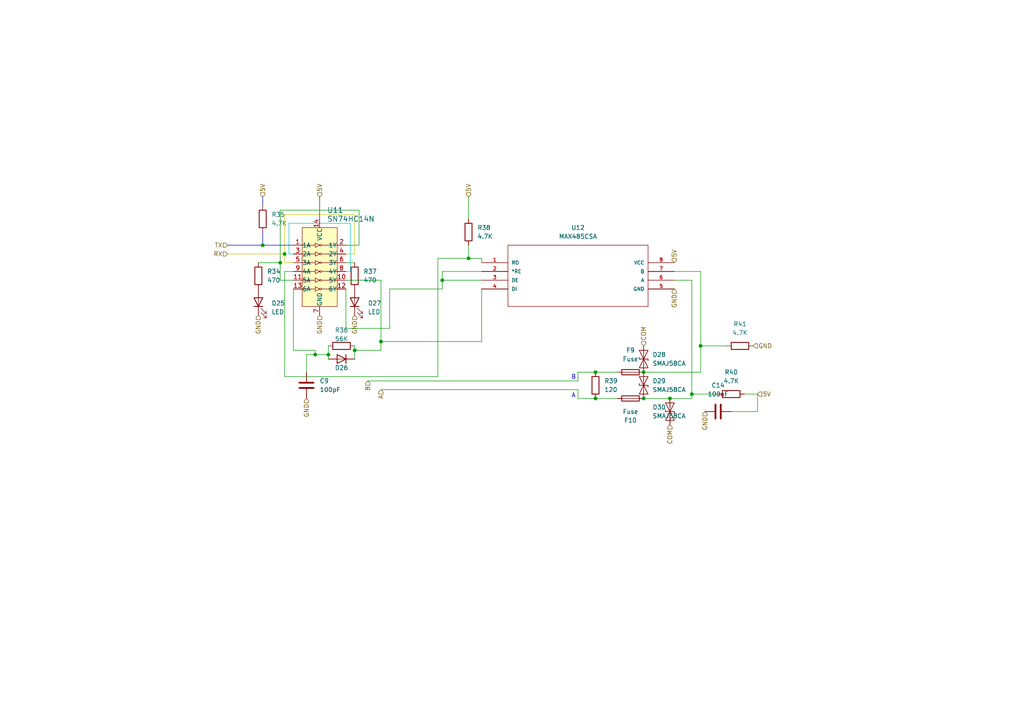
<source format=kicad_sch>
(kicad_sch
	(version 20250114)
	(generator "eeschema")
	(generator_version "9.0")
	(uuid "b60f5a72-5011-4f8f-89ea-fec76b1e9dd2")
	(paper "A4")
	(lib_symbols
		(symbol "Device:C"
			(pin_numbers
				(hide yes)
			)
			(pin_names
				(offset 0.254)
			)
			(exclude_from_sim no)
			(in_bom yes)
			(on_board yes)
			(property "Reference" "C"
				(at 0.635 2.54 0)
				(effects
					(font
						(size 1.27 1.27)
					)
					(justify left)
				)
			)
			(property "Value" "C"
				(at 0.635 -2.54 0)
				(effects
					(font
						(size 1.27 1.27)
					)
					(justify left)
				)
			)
			(property "Footprint" ""
				(at 0.9652 -3.81 0)
				(effects
					(font
						(size 1.27 1.27)
					)
					(hide yes)
				)
			)
			(property "Datasheet" "~"
				(at 0 0 0)
				(effects
					(font
						(size 1.27 1.27)
					)
					(hide yes)
				)
			)
			(property "Description" "Unpolarized capacitor"
				(at 0 0 0)
				(effects
					(font
						(size 1.27 1.27)
					)
					(hide yes)
				)
			)
			(property "ki_keywords" "cap capacitor"
				(at 0 0 0)
				(effects
					(font
						(size 1.27 1.27)
					)
					(hide yes)
				)
			)
			(property "ki_fp_filters" "C_*"
				(at 0 0 0)
				(effects
					(font
						(size 1.27 1.27)
					)
					(hide yes)
				)
			)
			(symbol "C_0_1"
				(polyline
					(pts
						(xy -2.032 0.762) (xy 2.032 0.762)
					)
					(stroke
						(width 0.508)
						(type default)
					)
					(fill
						(type none)
					)
				)
				(polyline
					(pts
						(xy -2.032 -0.762) (xy 2.032 -0.762)
					)
					(stroke
						(width 0.508)
						(type default)
					)
					(fill
						(type none)
					)
				)
			)
			(symbol "C_1_1"
				(pin passive line
					(at 0 3.81 270)
					(length 2.794)
					(name "~"
						(effects
							(font
								(size 1.27 1.27)
							)
						)
					)
					(number "1"
						(effects
							(font
								(size 1.27 1.27)
							)
						)
					)
				)
				(pin passive line
					(at 0 -3.81 90)
					(length 2.794)
					(name "~"
						(effects
							(font
								(size 1.27 1.27)
							)
						)
					)
					(number "2"
						(effects
							(font
								(size 1.27 1.27)
							)
						)
					)
				)
			)
			(embedded_fonts no)
		)
		(symbol "Device:Fuse"
			(pin_numbers
				(hide yes)
			)
			(pin_names
				(offset 0)
			)
			(exclude_from_sim no)
			(in_bom yes)
			(on_board yes)
			(property "Reference" "F"
				(at 2.032 0 90)
				(effects
					(font
						(size 1.27 1.27)
					)
				)
			)
			(property "Value" "Fuse"
				(at -1.905 0 90)
				(effects
					(font
						(size 1.27 1.27)
					)
				)
			)
			(property "Footprint" ""
				(at -1.778 0 90)
				(effects
					(font
						(size 1.27 1.27)
					)
					(hide yes)
				)
			)
			(property "Datasheet" "~"
				(at 0 0 0)
				(effects
					(font
						(size 1.27 1.27)
					)
					(hide yes)
				)
			)
			(property "Description" "Fuse"
				(at 0 0 0)
				(effects
					(font
						(size 1.27 1.27)
					)
					(hide yes)
				)
			)
			(property "ki_keywords" "fuse"
				(at 0 0 0)
				(effects
					(font
						(size 1.27 1.27)
					)
					(hide yes)
				)
			)
			(property "ki_fp_filters" "*Fuse*"
				(at 0 0 0)
				(effects
					(font
						(size 1.27 1.27)
					)
					(hide yes)
				)
			)
			(symbol "Fuse_0_1"
				(rectangle
					(start -0.762 -2.54)
					(end 0.762 2.54)
					(stroke
						(width 0.254)
						(type default)
					)
					(fill
						(type none)
					)
				)
				(polyline
					(pts
						(xy 0 2.54) (xy 0 -2.54)
					)
					(stroke
						(width 0)
						(type default)
					)
					(fill
						(type none)
					)
				)
			)
			(symbol "Fuse_1_1"
				(pin passive line
					(at 0 3.81 270)
					(length 1.27)
					(name "~"
						(effects
							(font
								(size 1.27 1.27)
							)
						)
					)
					(number "1"
						(effects
							(font
								(size 1.27 1.27)
							)
						)
					)
				)
				(pin passive line
					(at 0 -3.81 90)
					(length 1.27)
					(name "~"
						(effects
							(font
								(size 1.27 1.27)
							)
						)
					)
					(number "2"
						(effects
							(font
								(size 1.27 1.27)
							)
						)
					)
				)
			)
			(embedded_fonts no)
		)
		(symbol "Device:LED"
			(pin_numbers
				(hide yes)
			)
			(pin_names
				(offset 1.016)
				(hide yes)
			)
			(exclude_from_sim no)
			(in_bom yes)
			(on_board yes)
			(property "Reference" "D"
				(at 0 2.54 0)
				(effects
					(font
						(size 1.27 1.27)
					)
				)
			)
			(property "Value" "LED"
				(at 0 -2.54 0)
				(effects
					(font
						(size 1.27 1.27)
					)
				)
			)
			(property "Footprint" ""
				(at 0 0 0)
				(effects
					(font
						(size 1.27 1.27)
					)
					(hide yes)
				)
			)
			(property "Datasheet" "~"
				(at 0 0 0)
				(effects
					(font
						(size 1.27 1.27)
					)
					(hide yes)
				)
			)
			(property "Description" "Light emitting diode"
				(at 0 0 0)
				(effects
					(font
						(size 1.27 1.27)
					)
					(hide yes)
				)
			)
			(property "Sim.Pins" "1=K 2=A"
				(at 0 0 0)
				(effects
					(font
						(size 1.27 1.27)
					)
					(hide yes)
				)
			)
			(property "ki_keywords" "LED diode"
				(at 0 0 0)
				(effects
					(font
						(size 1.27 1.27)
					)
					(hide yes)
				)
			)
			(property "ki_fp_filters" "LED* LED_SMD:* LED_THT:*"
				(at 0 0 0)
				(effects
					(font
						(size 1.27 1.27)
					)
					(hide yes)
				)
			)
			(symbol "LED_0_1"
				(polyline
					(pts
						(xy -3.048 -0.762) (xy -4.572 -2.286) (xy -3.81 -2.286) (xy -4.572 -2.286) (xy -4.572 -1.524)
					)
					(stroke
						(width 0)
						(type default)
					)
					(fill
						(type none)
					)
				)
				(polyline
					(pts
						(xy -1.778 -0.762) (xy -3.302 -2.286) (xy -2.54 -2.286) (xy -3.302 -2.286) (xy -3.302 -1.524)
					)
					(stroke
						(width 0)
						(type default)
					)
					(fill
						(type none)
					)
				)
				(polyline
					(pts
						(xy -1.27 0) (xy 1.27 0)
					)
					(stroke
						(width 0)
						(type default)
					)
					(fill
						(type none)
					)
				)
				(polyline
					(pts
						(xy -1.27 -1.27) (xy -1.27 1.27)
					)
					(stroke
						(width 0.254)
						(type default)
					)
					(fill
						(type none)
					)
				)
				(polyline
					(pts
						(xy 1.27 -1.27) (xy 1.27 1.27) (xy -1.27 0) (xy 1.27 -1.27)
					)
					(stroke
						(width 0.254)
						(type default)
					)
					(fill
						(type none)
					)
				)
			)
			(symbol "LED_1_1"
				(pin passive line
					(at -3.81 0 0)
					(length 2.54)
					(name "K"
						(effects
							(font
								(size 1.27 1.27)
							)
						)
					)
					(number "1"
						(effects
							(font
								(size 1.27 1.27)
							)
						)
					)
				)
				(pin passive line
					(at 3.81 0 180)
					(length 2.54)
					(name "A"
						(effects
							(font
								(size 1.27 1.27)
							)
						)
					)
					(number "2"
						(effects
							(font
								(size 1.27 1.27)
							)
						)
					)
				)
			)
			(embedded_fonts no)
		)
		(symbol "Device:R"
			(pin_numbers
				(hide yes)
			)
			(pin_names
				(offset 0)
			)
			(exclude_from_sim no)
			(in_bom yes)
			(on_board yes)
			(property "Reference" "R"
				(at 2.032 0 90)
				(effects
					(font
						(size 1.27 1.27)
					)
				)
			)
			(property "Value" "R"
				(at 0 0 90)
				(effects
					(font
						(size 1.27 1.27)
					)
				)
			)
			(property "Footprint" ""
				(at -1.778 0 90)
				(effects
					(font
						(size 1.27 1.27)
					)
					(hide yes)
				)
			)
			(property "Datasheet" "~"
				(at 0 0 0)
				(effects
					(font
						(size 1.27 1.27)
					)
					(hide yes)
				)
			)
			(property "Description" "Resistor"
				(at 0 0 0)
				(effects
					(font
						(size 1.27 1.27)
					)
					(hide yes)
				)
			)
			(property "ki_keywords" "R res resistor"
				(at 0 0 0)
				(effects
					(font
						(size 1.27 1.27)
					)
					(hide yes)
				)
			)
			(property "ki_fp_filters" "R_*"
				(at 0 0 0)
				(effects
					(font
						(size 1.27 1.27)
					)
					(hide yes)
				)
			)
			(symbol "R_0_1"
				(rectangle
					(start -1.016 -2.54)
					(end 1.016 2.54)
					(stroke
						(width 0.254)
						(type default)
					)
					(fill
						(type none)
					)
				)
			)
			(symbol "R_1_1"
				(pin passive line
					(at 0 3.81 270)
					(length 1.27)
					(name "~"
						(effects
							(font
								(size 1.27 1.27)
							)
						)
					)
					(number "1"
						(effects
							(font
								(size 1.27 1.27)
							)
						)
					)
				)
				(pin passive line
					(at 0 -3.81 90)
					(length 1.27)
					(name "~"
						(effects
							(font
								(size 1.27 1.27)
							)
						)
					)
					(number "2"
						(effects
							(font
								(size 1.27 1.27)
							)
						)
					)
				)
			)
			(embedded_fonts no)
		)
		(symbol "Diode:1N4148WT"
			(pin_numbers
				(hide yes)
			)
			(pin_names
				(hide yes)
			)
			(exclude_from_sim no)
			(in_bom yes)
			(on_board yes)
			(property "Reference" "D"
				(at 0 2.54 0)
				(effects
					(font
						(size 1.27 1.27)
					)
				)
			)
			(property "Value" "1N4148WT"
				(at 0 -2.54 0)
				(effects
					(font
						(size 1.27 1.27)
					)
				)
			)
			(property "Footprint" "Diode_SMD:D_SOD-523"
				(at 0 -4.445 0)
				(effects
					(font
						(size 1.27 1.27)
					)
					(hide yes)
				)
			)
			(property "Datasheet" "https://www.diodes.com/assets/Datasheets/ds30396.pdf"
				(at 0 0 0)
				(effects
					(font
						(size 1.27 1.27)
					)
					(hide yes)
				)
			)
			(property "Description" "75V 0.15A Fast switching Diode, SOD-523"
				(at 0 0 0)
				(effects
					(font
						(size 1.27 1.27)
					)
					(hide yes)
				)
			)
			(property "Sim.Device" "D"
				(at 0 0 0)
				(effects
					(font
						(size 1.27 1.27)
					)
					(hide yes)
				)
			)
			(property "Sim.Pins" "1=K 2=A"
				(at 0 0 0)
				(effects
					(font
						(size 1.27 1.27)
					)
					(hide yes)
				)
			)
			(property "ki_keywords" "diode"
				(at 0 0 0)
				(effects
					(font
						(size 1.27 1.27)
					)
					(hide yes)
				)
			)
			(property "ki_fp_filters" "D*SOD?523*"
				(at 0 0 0)
				(effects
					(font
						(size 1.27 1.27)
					)
					(hide yes)
				)
			)
			(symbol "1N4148WT_0_1"
				(polyline
					(pts
						(xy -1.27 1.27) (xy -1.27 -1.27)
					)
					(stroke
						(width 0.254)
						(type default)
					)
					(fill
						(type none)
					)
				)
				(polyline
					(pts
						(xy 1.27 1.27) (xy 1.27 -1.27) (xy -1.27 0) (xy 1.27 1.27)
					)
					(stroke
						(width 0.254)
						(type default)
					)
					(fill
						(type none)
					)
				)
				(polyline
					(pts
						(xy 1.27 0) (xy -1.27 0)
					)
					(stroke
						(width 0)
						(type default)
					)
					(fill
						(type none)
					)
				)
			)
			(symbol "1N4148WT_1_1"
				(pin passive line
					(at -3.81 0 0)
					(length 2.54)
					(name "K"
						(effects
							(font
								(size 1.27 1.27)
							)
						)
					)
					(number "1"
						(effects
							(font
								(size 1.27 1.27)
							)
						)
					)
				)
				(pin passive line
					(at 3.81 0 180)
					(length 2.54)
					(name "A"
						(effects
							(font
								(size 1.27 1.27)
							)
						)
					)
					(number "2"
						(effects
							(font
								(size 1.27 1.27)
							)
						)
					)
				)
			)
			(embedded_fonts no)
		)
		(symbol "Diode:SMAJ58CA"
			(pin_numbers
				(hide yes)
			)
			(pin_names
				(offset 1.016)
				(hide yes)
			)
			(exclude_from_sim no)
			(in_bom yes)
			(on_board yes)
			(property "Reference" "D"
				(at 0 2.54 0)
				(effects
					(font
						(size 1.27 1.27)
					)
				)
			)
			(property "Value" "SMAJ58CA"
				(at 0 -2.54 0)
				(effects
					(font
						(size 1.27 1.27)
					)
				)
			)
			(property "Footprint" "Diode_SMD:D_SMA"
				(at 0 -5.08 0)
				(effects
					(font
						(size 1.27 1.27)
					)
					(hide yes)
				)
			)
			(property "Datasheet" "https://www.littelfuse.com/media?resourcetype=datasheets&itemid=75e32973-b177-4ee3-a0ff-cedaf1abdb93&filename=smaj-datasheet"
				(at 0 0 0)
				(effects
					(font
						(size 1.27 1.27)
					)
					(hide yes)
				)
			)
			(property "Description" "400W bidirectional Transient Voltage Suppressor, 58.0Vr, SMA(DO-214AC)"
				(at 0 0 0)
				(effects
					(font
						(size 1.27 1.27)
					)
					(hide yes)
				)
			)
			(property "ki_keywords" "bidirectional diode TVS voltage suppressor"
				(at 0 0 0)
				(effects
					(font
						(size 1.27 1.27)
					)
					(hide yes)
				)
			)
			(property "ki_fp_filters" "D*SMA*"
				(at 0 0 0)
				(effects
					(font
						(size 1.27 1.27)
					)
					(hide yes)
				)
			)
			(symbol "SMAJ58CA_0_1"
				(polyline
					(pts
						(xy -2.54 -1.27) (xy 0 0) (xy -2.54 1.27) (xy -2.54 -1.27)
					)
					(stroke
						(width 0.2032)
						(type default)
					)
					(fill
						(type none)
					)
				)
				(polyline
					(pts
						(xy 0.508 1.27) (xy 0 1.27) (xy 0 -1.27) (xy -0.508 -1.27)
					)
					(stroke
						(width 0.2032)
						(type default)
					)
					(fill
						(type none)
					)
				)
				(polyline
					(pts
						(xy 1.27 0) (xy -1.27 0)
					)
					(stroke
						(width 0)
						(type default)
					)
					(fill
						(type none)
					)
				)
				(polyline
					(pts
						(xy 2.54 1.27) (xy 2.54 -1.27) (xy 0 0) (xy 2.54 1.27)
					)
					(stroke
						(width 0.2032)
						(type default)
					)
					(fill
						(type none)
					)
				)
			)
			(symbol "SMAJ58CA_1_1"
				(pin passive line
					(at -3.81 0 0)
					(length 2.54)
					(name "A1"
						(effects
							(font
								(size 1.27 1.27)
							)
						)
					)
					(number "1"
						(effects
							(font
								(size 1.27 1.27)
							)
						)
					)
				)
				(pin passive line
					(at 3.81 0 180)
					(length 2.54)
					(name "A2"
						(effects
							(font
								(size 1.27 1.27)
							)
						)
					)
					(number "2"
						(effects
							(font
								(size 1.27 1.27)
							)
						)
					)
				)
			)
			(embedded_fonts no)
		)
		(symbol "MAX485CSA:MAX485CSA"
			(pin_names
				(offset 1.016)
			)
			(exclude_from_sim no)
			(in_bom yes)
			(on_board yes)
			(property "Reference" "U"
				(at 23.2578 9.1352 0)
				(effects
					(font
						(size 1.27 1.27)
					)
					(justify left bottom)
				)
			)
			(property "Value" "MAX485CSA"
				(at 22.6087 6.5868 0)
				(effects
					(font
						(size 1.27 1.27)
					)
					(justify left bottom)
				)
			)
			(property "Footprint" "MAX485CSA:21-0041B_8"
				(at 0 0 0)
				(effects
					(font
						(size 1.27 1.27)
					)
					(justify bottom)
					(hide yes)
				)
			)
			(property "Datasheet" ""
				(at 0 0 0)
				(effects
					(font
						(size 1.27 1.27)
					)
					(hide yes)
				)
			)
			(property "Description" ""
				(at 0 0 0)
				(effects
					(font
						(size 1.27 1.27)
					)
					(hide yes)
				)
			)
			(property "VENDOR" "MAXIM"
				(at 0 0 0)
				(effects
					(font
						(size 1.27 1.27)
					)
					(justify bottom)
					(hide yes)
				)
			)
			(property "MANUFACTURER_PART_NUMBER" "max485csa"
				(at 0 0 0)
				(effects
					(font
						(size 1.27 1.27)
					)
					(justify bottom)
					(hide yes)
				)
			)
			(symbol "MAX485CSA_0_0"
				(polyline
					(pts
						(xy 7.62 5.08) (xy 7.62 -12.7)
					)
					(stroke
						(width 0.1524)
						(type default)
					)
					(fill
						(type none)
					)
				)
				(polyline
					(pts
						(xy 7.62 -12.7) (xy 48.26 -12.7)
					)
					(stroke
						(width 0.1524)
						(type default)
					)
					(fill
						(type none)
					)
				)
				(polyline
					(pts
						(xy 48.26 5.08) (xy 7.62 5.08)
					)
					(stroke
						(width 0.1524)
						(type default)
					)
					(fill
						(type none)
					)
				)
				(polyline
					(pts
						(xy 48.26 -12.7) (xy 48.26 5.08)
					)
					(stroke
						(width 0.1524)
						(type default)
					)
					(fill
						(type none)
					)
				)
				(pin output line
					(at 0 0 0)
					(length 7.62)
					(name "RO"
						(effects
							(font
								(size 1.016 1.016)
							)
						)
					)
					(number "1"
						(effects
							(font
								(size 1.016 1.016)
							)
						)
					)
				)
				(pin output line
					(at 0 -2.54 0)
					(length 7.62)
					(name "*RE"
						(effects
							(font
								(size 1.016 1.016)
							)
						)
					)
					(number "2"
						(effects
							(font
								(size 1.016 1.016)
							)
						)
					)
				)
				(pin output line
					(at 0 -5.08 0)
					(length 7.62)
					(name "DE"
						(effects
							(font
								(size 1.016 1.016)
							)
						)
					)
					(number "3"
						(effects
							(font
								(size 1.016 1.016)
							)
						)
					)
				)
				(pin input line
					(at 0 -7.62 0)
					(length 7.62)
					(name "DI"
						(effects
							(font
								(size 1.016 1.016)
							)
						)
					)
					(number "4"
						(effects
							(font
								(size 1.016 1.016)
							)
						)
					)
				)
				(pin power_in line
					(at 55.88 0 180)
					(length 7.62)
					(name "VCC"
						(effects
							(font
								(size 1.016 1.016)
							)
						)
					)
					(number "8"
						(effects
							(font
								(size 1.016 1.016)
							)
						)
					)
				)
				(pin bidirectional line
					(at 55.88 -2.54 180)
					(length 7.62)
					(name "B"
						(effects
							(font
								(size 1.016 1.016)
							)
						)
					)
					(number "7"
						(effects
							(font
								(size 1.016 1.016)
							)
						)
					)
				)
				(pin bidirectional line
					(at 55.88 -5.08 180)
					(length 7.62)
					(name "A"
						(effects
							(font
								(size 1.016 1.016)
							)
						)
					)
					(number "6"
						(effects
							(font
								(size 1.016 1.016)
							)
						)
					)
				)
				(pin power_in line
					(at 55.88 -7.62 180)
					(length 7.62)
					(name "GND"
						(effects
							(font
								(size 1.016 1.016)
							)
						)
					)
					(number "5"
						(effects
							(font
								(size 1.016 1.016)
							)
						)
					)
				)
			)
			(embedded_fonts no)
		)
		(symbol "dk_Logic-Gates-and-Inverters:SN74HC14N"
			(pin_names
				(offset 0.0254)
			)
			(exclude_from_sim no)
			(in_bom yes)
			(on_board yes)
			(property "Reference" "U"
				(at -2.54 13.716 0)
				(effects
					(font
						(size 1.524 1.524)
					)
					(justify right)
				)
			)
			(property "Value" "SN74HC14N"
				(at 0.254 -11.43 0)
				(effects
					(font
						(size 1.524 1.524)
					)
					(justify left)
				)
			)
			(property "Footprint" "digikey-footprints:DIP-14_W3mm"
				(at 5.08 5.08 0)
				(effects
					(font
						(size 1.524 1.524)
					)
					(justify left)
					(hide yes)
				)
			)
			(property "Datasheet" "http://www.ti.com/general/docs/suppproductinfo.tsp?distId=10&gotoUrl=http%3A%2F%2Fwww.ti.com%2Flit%2Fgpn%2Fsn74hc14"
				(at 5.08 7.62 0)
				(effects
					(font
						(size 1.524 1.524)
					)
					(justify left)
					(hide yes)
				)
			)
			(property "Description" "IC INVERTER SCHMITT 6CH 14DIP"
				(at 0 0 0)
				(effects
					(font
						(size 1.27 1.27)
					)
					(hide yes)
				)
			)
			(property "Digi-Key_PN" "296-1577-5-ND"
				(at 5.08 10.16 0)
				(effects
					(font
						(size 1.524 1.524)
					)
					(justify left)
					(hide yes)
				)
			)
			(property "MPN" "SN74HC14N"
				(at 5.08 12.7 0)
				(effects
					(font
						(size 1.524 1.524)
					)
					(justify left)
					(hide yes)
				)
			)
			(property "Category" "Integrated Circuits (ICs)"
				(at 5.08 15.24 0)
				(effects
					(font
						(size 1.524 1.524)
					)
					(justify left)
					(hide yes)
				)
			)
			(property "Family" "Logic - Gates and Inverters"
				(at 5.08 17.78 0)
				(effects
					(font
						(size 1.524 1.524)
					)
					(justify left)
					(hide yes)
				)
			)
			(property "DK_Datasheet_Link" "http://www.ti.com/general/docs/suppproductinfo.tsp?distId=10&gotoUrl=http%3A%2F%2Fwww.ti.com%2Flit%2Fgpn%2Fsn74hc14"
				(at 5.08 20.32 0)
				(effects
					(font
						(size 1.524 1.524)
					)
					(justify left)
					(hide yes)
				)
			)
			(property "DK_Detail_Page" "/product-detail/en/texas-instruments/SN74HC14N/296-1577-5-ND/277223"
				(at 5.08 22.86 0)
				(effects
					(font
						(size 1.524 1.524)
					)
					(justify left)
					(hide yes)
				)
			)
			(property "Description_1" "IC INVERTER SCHMITT 6CH 14DIP"
				(at 5.08 25.4 0)
				(effects
					(font
						(size 1.524 1.524)
					)
					(justify left)
					(hide yes)
				)
			)
			(property "Manufacturer" "Texas Instruments"
				(at 5.08 27.94 0)
				(effects
					(font
						(size 1.524 1.524)
					)
					(justify left)
					(hide yes)
				)
			)
			(property "Status" "Active"
				(at 5.08 30.48 0)
				(effects
					(font
						(size 1.524 1.524)
					)
					(justify left)
					(hide yes)
				)
			)
			(property "ki_keywords" "296-1577-5-ND 74HC"
				(at 0 0 0)
				(effects
					(font
						(size 1.27 1.27)
					)
					(hide yes)
				)
			)
			(symbol "SN74HC14N_0_1"
				(rectangle
					(start -5.08 12.7)
					(end 5.08 -10.16)
					(stroke
						(width 0)
						(type solid)
					)
					(fill
						(type background)
					)
				)
				(polyline
					(pts
						(xy -2.54 7.62) (xy -5.08 7.62)
					)
					(stroke
						(width 0)
						(type solid)
					)
					(fill
						(type none)
					)
				)
				(polyline
					(pts
						(xy -2.54 5.08) (xy -5.08 5.08)
					)
					(stroke
						(width 0)
						(type solid)
					)
					(fill
						(type none)
					)
				)
				(polyline
					(pts
						(xy -2.54 2.54) (xy -5.08 2.54)
					)
					(stroke
						(width 0)
						(type solid)
					)
					(fill
						(type none)
					)
				)
				(polyline
					(pts
						(xy -2.54 2.54) (xy -1.27 2.54)
					)
					(stroke
						(width 0)
						(type solid)
					)
					(fill
						(type none)
					)
				)
				(polyline
					(pts
						(xy -2.54 0) (xy -5.08 0)
					)
					(stroke
						(width 0)
						(type solid)
					)
					(fill
						(type none)
					)
				)
				(polyline
					(pts
						(xy -2.54 -2.54) (xy -5.08 -2.54)
					)
					(stroke
						(width 0)
						(type solid)
					)
					(fill
						(type none)
					)
				)
				(polyline
					(pts
						(xy -2.54 -2.54) (xy -1.27 -2.54)
					)
					(stroke
						(width 0)
						(type solid)
					)
					(fill
						(type none)
					)
				)
				(polyline
					(pts
						(xy -2.54 -5.08) (xy -5.08 -5.08)
					)
					(stroke
						(width 0)
						(type solid)
					)
					(fill
						(type none)
					)
				)
				(polyline
					(pts
						(xy -1.27 8.255) (xy -1.27 6.985) (xy 0 7.62) (xy -1.27 8.255)
					)
					(stroke
						(width 0)
						(type solid)
					)
					(fill
						(type none)
					)
				)
				(polyline
					(pts
						(xy -1.27 7.62) (xy -2.54 7.62)
					)
					(stroke
						(width 0)
						(type solid)
					)
					(fill
						(type none)
					)
				)
				(polyline
					(pts
						(xy -1.27 5.715) (xy -1.27 4.445) (xy 0 5.08) (xy -1.27 5.715)
					)
					(stroke
						(width 0)
						(type solid)
					)
					(fill
						(type none)
					)
				)
				(polyline
					(pts
						(xy -1.27 5.08) (xy -2.54 5.08)
					)
					(stroke
						(width 0)
						(type solid)
					)
					(fill
						(type none)
					)
				)
				(polyline
					(pts
						(xy -1.27 3.175) (xy -1.27 1.905) (xy 0 2.54) (xy -1.27 3.175)
					)
					(stroke
						(width 0)
						(type solid)
					)
					(fill
						(type none)
					)
				)
				(polyline
					(pts
						(xy -1.27 0.635) (xy -1.27 -0.635) (xy 0 0) (xy -1.27 0.635)
					)
					(stroke
						(width 0)
						(type solid)
					)
					(fill
						(type none)
					)
				)
				(polyline
					(pts
						(xy -1.27 0) (xy -2.54 0)
					)
					(stroke
						(width 0)
						(type solid)
					)
					(fill
						(type none)
					)
				)
				(polyline
					(pts
						(xy -1.27 -1.905) (xy -1.27 -3.175) (xy 0 -2.54) (xy -1.27 -1.905)
					)
					(stroke
						(width 0)
						(type solid)
					)
					(fill
						(type none)
					)
				)
				(polyline
					(pts
						(xy -1.27 -4.445) (xy -1.27 -5.715) (xy 0 -5.08) (xy -1.27 -4.445)
					)
					(stroke
						(width 0)
						(type solid)
					)
					(fill
						(type none)
					)
				)
				(polyline
					(pts
						(xy -1.27 -5.08) (xy -2.54 -5.08)
					)
					(stroke
						(width 0)
						(type solid)
					)
					(fill
						(type none)
					)
				)
				(circle
					(center 0.254 7.62)
					(radius 0.254)
					(stroke
						(width 0)
						(type solid)
					)
					(fill
						(type none)
					)
				)
				(circle
					(center 0.254 5.08)
					(radius 0.254)
					(stroke
						(width 0)
						(type solid)
					)
					(fill
						(type none)
					)
				)
				(circle
					(center 0.254 2.54)
					(radius 0.254)
					(stroke
						(width 0)
						(type solid)
					)
					(fill
						(type none)
					)
				)
				(circle
					(center 0.254 0)
					(radius 0.254)
					(stroke
						(width 0)
						(type solid)
					)
					(fill
						(type none)
					)
				)
				(circle
					(center 0.254 -2.54)
					(radius 0.254)
					(stroke
						(width 0)
						(type solid)
					)
					(fill
						(type none)
					)
				)
				(circle
					(center 0.254 -5.08)
					(radius 0.254)
					(stroke
						(width 0)
						(type solid)
					)
					(fill
						(type none)
					)
				)
				(polyline
					(pts
						(xy 0.508 5.08) (xy 2.54 5.08)
					)
					(stroke
						(width 0)
						(type solid)
					)
					(fill
						(type none)
					)
				)
				(polyline
					(pts
						(xy 0.508 2.54) (xy 2.54 2.54)
					)
					(stroke
						(width 0)
						(type solid)
					)
					(fill
						(type none)
					)
				)
				(polyline
					(pts
						(xy 0.508 0) (xy 2.54 0)
					)
					(stroke
						(width 0)
						(type solid)
					)
					(fill
						(type none)
					)
				)
				(polyline
					(pts
						(xy 0.508 -5.08) (xy 2.54 -5.08)
					)
					(stroke
						(width 0)
						(type solid)
					)
					(fill
						(type none)
					)
				)
				(polyline
					(pts
						(xy 2.54 7.62) (xy 0.508 7.62)
					)
					(stroke
						(width 0)
						(type solid)
					)
					(fill
						(type none)
					)
				)
				(polyline
					(pts
						(xy 2.54 -2.54) (xy 0.508 -2.54)
					)
					(stroke
						(width 0)
						(type solid)
					)
					(fill
						(type none)
					)
				)
				(polyline
					(pts
						(xy 5.08 7.62) (xy 2.54 7.62)
					)
					(stroke
						(width 0)
						(type solid)
					)
					(fill
						(type none)
					)
				)
				(polyline
					(pts
						(xy 5.08 5.08) (xy 2.54 5.08)
					)
					(stroke
						(width 0)
						(type solid)
					)
					(fill
						(type none)
					)
				)
				(polyline
					(pts
						(xy 5.08 2.54) (xy 2.54 2.54)
					)
					(stroke
						(width 0)
						(type solid)
					)
					(fill
						(type none)
					)
				)
				(polyline
					(pts
						(xy 5.08 0) (xy 2.54 0)
					)
					(stroke
						(width 0)
						(type solid)
					)
					(fill
						(type none)
					)
				)
				(polyline
					(pts
						(xy 5.08 -2.54) (xy 2.54 -2.54)
					)
					(stroke
						(width 0)
						(type solid)
					)
					(fill
						(type none)
					)
				)
				(polyline
					(pts
						(xy 5.08 -5.08) (xy 2.54 -5.08)
					)
					(stroke
						(width 0)
						(type solid)
					)
					(fill
						(type none)
					)
				)
			)
			(symbol "SN74HC14N_1_1"
				(pin input line
					(at -7.62 7.62 0)
					(length 2.54)
					(name "1A"
						(effects
							(font
								(size 1.27 1.27)
							)
						)
					)
					(number "1"
						(effects
							(font
								(size 1.27 1.27)
							)
						)
					)
				)
				(pin input line
					(at -7.62 5.08 0)
					(length 2.54)
					(name "2A"
						(effects
							(font
								(size 1.27 1.27)
							)
						)
					)
					(number "3"
						(effects
							(font
								(size 1.27 1.27)
							)
						)
					)
				)
				(pin input line
					(at -7.62 2.54 0)
					(length 2.54)
					(name "3A"
						(effects
							(font
								(size 1.27 1.27)
							)
						)
					)
					(number "5"
						(effects
							(font
								(size 1.27 1.27)
							)
						)
					)
				)
				(pin input line
					(at -7.62 0 0)
					(length 2.54)
					(name "4A"
						(effects
							(font
								(size 1.27 1.27)
							)
						)
					)
					(number "9"
						(effects
							(font
								(size 1.27 1.27)
							)
						)
					)
				)
				(pin input line
					(at -7.62 -2.54 0)
					(length 2.54)
					(name "5A"
						(effects
							(font
								(size 1.27 1.27)
							)
						)
					)
					(number "11"
						(effects
							(font
								(size 1.27 1.27)
							)
						)
					)
				)
				(pin input line
					(at -7.62 -5.08 0)
					(length 2.54)
					(name "6A"
						(effects
							(font
								(size 1.27 1.27)
							)
						)
					)
					(number "13"
						(effects
							(font
								(size 1.27 1.27)
							)
						)
					)
				)
				(pin power_in line
					(at 0 15.24 270)
					(length 2.54)
					(name "VCC"
						(effects
							(font
								(size 1.27 1.27)
							)
						)
					)
					(number "14"
						(effects
							(font
								(size 1.27 1.27)
							)
						)
					)
				)
				(pin power_in line
					(at 0 -12.7 90)
					(length 2.54)
					(name "GND"
						(effects
							(font
								(size 1.27 1.27)
							)
						)
					)
					(number "7"
						(effects
							(font
								(size 1.27 1.27)
							)
						)
					)
				)
				(pin output line
					(at 7.62 7.62 180)
					(length 2.54)
					(name "1Y"
						(effects
							(font
								(size 1.27 1.27)
							)
						)
					)
					(number "2"
						(effects
							(font
								(size 1.27 1.27)
							)
						)
					)
				)
				(pin output line
					(at 7.62 5.08 180)
					(length 2.54)
					(name "2Y"
						(effects
							(font
								(size 1.27 1.27)
							)
						)
					)
					(number "4"
						(effects
							(font
								(size 1.27 1.27)
							)
						)
					)
				)
				(pin output line
					(at 7.62 2.54 180)
					(length 2.54)
					(name "3Y"
						(effects
							(font
								(size 1.27 1.27)
							)
						)
					)
					(number "6"
						(effects
							(font
								(size 1.27 1.27)
							)
						)
					)
				)
				(pin output line
					(at 7.62 0 180)
					(length 2.54)
					(name "4Y"
						(effects
							(font
								(size 1.27 1.27)
							)
						)
					)
					(number "8"
						(effects
							(font
								(size 1.27 1.27)
							)
						)
					)
				)
				(pin output line
					(at 7.62 -2.54 180)
					(length 2.54)
					(name "5Y"
						(effects
							(font
								(size 1.27 1.27)
							)
						)
					)
					(number "10"
						(effects
							(font
								(size 1.27 1.27)
							)
						)
					)
				)
				(pin output line
					(at 7.62 -5.08 180)
					(length 2.54)
					(name "6Y"
						(effects
							(font
								(size 1.27 1.27)
							)
						)
					)
					(number "12"
						(effects
							(font
								(size 1.27 1.27)
							)
						)
					)
				)
			)
			(embedded_fonts no)
		)
	)
	(text "B"
		(exclude_from_sim no)
		(at 166.37 109.474 0)
		(effects
			(font
				(size 1.27 1.27)
			)
		)
		(uuid "294e5993-9728-4063-9a3d-2a81586cdf72")
	)
	(text "A"
		(exclude_from_sim no)
		(at 166.37 114.808 0)
		(effects
			(font
				(size 1.27 1.27)
			)
		)
		(uuid "3e089e93-4593-4f40-b4ab-480a3f0f5766")
	)
	(junction
		(at 135.89 74.93)
		(diameter 0)
		(color 0 0 0 0)
		(uuid "035b27c9-a0d7-4647-bc76-99a4a7eb4332")
	)
	(junction
		(at 172.72 107.95)
		(diameter 0)
		(color 0 0 0 0)
		(uuid "235d8c7e-ee80-4ba8-9547-335aa24c851f")
	)
	(junction
		(at 102.87 101.6)
		(diameter 0)
		(color 0 0 0 0)
		(uuid "297eb1fb-ca7f-488c-b47d-0a4152d04357")
	)
	(junction
		(at 91.44 102.87)
		(diameter 0)
		(color 0 0 0 0)
		(uuid "36465005-7c68-43a4-a08b-8e154b37065c")
	)
	(junction
		(at 186.69 115.57)
		(diameter 0)
		(color 0 0 0 0)
		(uuid "3e93e97a-9c5f-4064-9c96-52e5e3ef095d")
	)
	(junction
		(at 194.31 115.57)
		(diameter 0)
		(color 0 0 0 0)
		(uuid "43204933-59fb-4e22-83b1-bf2769502542")
	)
	(junction
		(at 186.69 107.95)
		(diameter 0)
		(color 0 0 0 0)
		(uuid "44cdf971-f48d-4039-957f-742345c28adf")
	)
	(junction
		(at 81.28 76.2)
		(diameter 0)
		(color 0 0 0 0)
		(uuid "4b31292f-252b-466a-b952-0c946182255b")
	)
	(junction
		(at 203.2 100.33)
		(diameter 0)
		(color 0 0 0 0)
		(uuid "60640f07-03c0-4f58-a5cc-b8c28715dd89")
	)
	(junction
		(at 110.49 99.06)
		(diameter 0)
		(color 0 0 0 0)
		(uuid "7e00e97d-16a8-4594-9258-55d4c652aa65")
	)
	(junction
		(at 95.25 102.87)
		(diameter 0)
		(color 0 0 0 0)
		(uuid "8fea110c-59de-480a-ba59-8aabbf6cb827")
	)
	(junction
		(at 200.66 114.3)
		(diameter 0)
		(color 0 0 0 0)
		(uuid "af5c8bc0-8b6a-4f3f-a4f0-36d6ca275df8")
	)
	(junction
		(at 128.27 81.28)
		(diameter 0)
		(color 0 0 0 0)
		(uuid "b1603f52-b9d8-475e-bc60-57a18903f4f3")
	)
	(junction
		(at 82.55 73.66)
		(diameter 0)
		(color 0 0 0 0)
		(uuid "b79d6aae-9224-4605-a450-61480c502c00")
	)
	(junction
		(at 76.2 71.12)
		(diameter 0)
		(color 0 0 0 0)
		(uuid "bbb73fbb-9148-4640-9027-31778ed69503")
	)
	(junction
		(at 172.72 115.57)
		(diameter 0)
		(color 0 0 0 0)
		(uuid "dc2eaba4-111c-4aa3-bd2a-7ea3df6e61b2")
	)
	(wire
		(pts
			(xy 167.64 115.57) (xy 172.72 115.57)
		)
		(stroke
			(width 0)
			(type default)
		)
		(uuid "014c0e75-62cb-4aa0-bac6-dfd5a88245fa")
	)
	(wire
		(pts
			(xy 100.33 83.82) (xy 100.33 95.25)
		)
		(stroke
			(width 0)
			(type default)
		)
		(uuid "03fbcda9-827c-4df7-8a10-b0f3dc72c2d3")
	)
	(wire
		(pts
			(xy 85.09 81.28) (xy 81.28 81.28)
		)
		(stroke
			(width 0)
			(type default)
		)
		(uuid "05c027ca-cf0b-48c5-9d57-64cb4928654d")
	)
	(wire
		(pts
			(xy 101.6 64.77) (xy 101.6 78.74)
		)
		(stroke
			(width 0)
			(type default)
			(color 0 194 194 1)
		)
		(uuid "05c39b14-6173-492a-a40d-12731b89e9ff")
	)
	(wire
		(pts
			(xy 82.55 109.22) (xy 127 109.22)
		)
		(stroke
			(width 0)
			(type default)
		)
		(uuid "05dbde03-5670-47a6-885e-5fdf2a7432d9")
	)
	(wire
		(pts
			(xy 81.28 60.96) (xy 104.14 60.96)
		)
		(stroke
			(width 0)
			(type default)
		)
		(uuid "0b2771e4-c900-4070-adb7-5352e0fb33c7")
	)
	(wire
		(pts
			(xy 186.69 107.95) (xy 203.2 107.95)
		)
		(stroke
			(width 0)
			(type default)
		)
		(uuid "124a3c28-282a-44ac-80a6-f4927a2c5ac7")
	)
	(wire
		(pts
			(xy 128.27 78.74) (xy 139.7 78.74)
		)
		(stroke
			(width 0)
			(type default)
		)
		(uuid "14295e73-d45a-452f-8808-a18fe5b7ce35")
	)
	(wire
		(pts
			(xy 82.55 78.74) (xy 82.55 109.22)
		)
		(stroke
			(width 0)
			(type default)
		)
		(uuid "177bda7b-1ada-4943-86c3-e6be25dc19af")
	)
	(wire
		(pts
			(xy 128.27 81.28) (xy 128.27 78.74)
		)
		(stroke
			(width 0)
			(type default)
		)
		(uuid "17975ea0-38cf-448f-bdcf-a7fd23a104e2")
	)
	(wire
		(pts
			(xy 110.49 99.06) (xy 139.7 99.06)
		)
		(stroke
			(width 0)
			(type default)
		)
		(uuid "1c3a4500-df06-4aa6-b042-d2e6b9aa159b")
	)
	(wire
		(pts
			(xy 76.2 67.31) (xy 76.2 71.12)
		)
		(stroke
			(width 0)
			(type default)
			(color 0 0 194 1)
		)
		(uuid "1c4863e3-ffcc-48e7-bae4-f46d1f0fb9ec")
	)
	(wire
		(pts
			(xy 66.04 73.66) (xy 82.55 73.66)
		)
		(stroke
			(width 0)
			(type default)
			(color 194 194 0 1)
		)
		(uuid "1d98fa4e-0c0d-4016-940e-104ddc81b34b")
	)
	(wire
		(pts
			(xy 200.66 114.3) (xy 200.66 81.28)
		)
		(stroke
			(width 0)
			(type default)
		)
		(uuid "1e59c355-bc13-4d27-bfb8-fc9ddfec46fb")
	)
	(wire
		(pts
			(xy 102.87 101.6) (xy 102.87 104.14)
		)
		(stroke
			(width 0)
			(type default)
		)
		(uuid "2297c1c3-8b77-4b31-affc-6142cafa610e")
	)
	(wire
		(pts
			(xy 88.9 102.87) (xy 88.9 107.95)
		)
		(stroke
			(width 0)
			(type default)
		)
		(uuid "26b4247f-7e3f-4d55-b533-883a63a2fa89")
	)
	(wire
		(pts
			(xy 139.7 74.93) (xy 139.7 76.2)
		)
		(stroke
			(width 0)
			(type default)
		)
		(uuid "341c3e76-aa78-4a0d-88fc-208e65970087")
	)
	(wire
		(pts
			(xy 167.64 107.95) (xy 172.72 107.95)
		)
		(stroke
			(width 0)
			(type default)
		)
		(uuid "3942f3d5-488d-4775-81ff-a07adb9e2a16")
	)
	(wire
		(pts
			(xy 100.33 76.2) (xy 102.87 76.2)
		)
		(stroke
			(width 0)
			(type default)
		)
		(uuid "3ad67d22-c86a-4f81-a35e-60a900ebf265")
	)
	(wire
		(pts
			(xy 100.33 81.28) (xy 110.49 81.28)
		)
		(stroke
			(width 0)
			(type default)
		)
		(uuid "411d2398-58cb-4c8b-a01d-c538c77aac70")
	)
	(wire
		(pts
			(xy 135.89 74.93) (xy 139.7 74.93)
		)
		(stroke
			(width 0)
			(type default)
		)
		(uuid "4486d431-ab66-4df7-b2e3-162b7bb37c9a")
	)
	(wire
		(pts
			(xy 85.09 78.74) (xy 82.55 78.74)
		)
		(stroke
			(width 0)
			(type default)
		)
		(uuid "49c56c47-bd56-4029-80dd-ab4ca557632c")
	)
	(wire
		(pts
			(xy 135.89 57.15) (xy 135.89 63.5)
		)
		(stroke
			(width 0)
			(type default)
		)
		(uuid "4a9a727e-7a2a-457c-89b6-4f212b2e0828")
	)
	(wire
		(pts
			(xy 85.09 83.82) (xy 85.09 101.6)
		)
		(stroke
			(width 0)
			(type default)
		)
		(uuid "4c6f9748-a8e2-4611-a345-25a38a4018a2")
	)
	(wire
		(pts
			(xy 212.09 119.38) (xy 219.71 119.38)
		)
		(stroke
			(width 0)
			(type default)
		)
		(uuid "4d105b0d-a484-43e2-809c-ab4c10be8933")
	)
	(wire
		(pts
			(xy 95.25 100.33) (xy 95.25 102.87)
		)
		(stroke
			(width 0)
			(type default)
		)
		(uuid "59d1a80b-ee5d-48f4-9f7c-95da6eee8325")
	)
	(wire
		(pts
			(xy 110.49 81.28) (xy 110.49 99.06)
		)
		(stroke
			(width 0)
			(type default)
		)
		(uuid "5d6c9e54-ed17-4c44-9554-441a53d44eb4")
	)
	(wire
		(pts
			(xy 194.31 115.57) (xy 200.66 115.57)
		)
		(stroke
			(width 0)
			(type default)
		)
		(uuid "620988e9-597d-4a88-9104-cfd9bcfa8f87")
	)
	(wire
		(pts
			(xy 200.66 115.57) (xy 200.66 114.3)
		)
		(stroke
			(width 0)
			(type default)
		)
		(uuid "621ff5b0-9518-42fa-a119-e506b822e0ea")
	)
	(wire
		(pts
			(xy 172.72 107.95) (xy 179.07 107.95)
		)
		(stroke
			(width 0)
			(type default)
		)
		(uuid "68528868-f8f1-45b9-8270-143fe1f14e70")
	)
	(wire
		(pts
			(xy 186.69 115.57) (xy 194.31 115.57)
		)
		(stroke
			(width 0)
			(type default)
		)
		(uuid "70fb2e14-7eb2-45fb-b639-0f2bdf88b272")
	)
	(wire
		(pts
			(xy 82.55 73.66) (xy 82.55 76.2)
		)
		(stroke
			(width 0)
			(type default)
			(color 194 194 0 1)
		)
		(uuid "71f566f5-9146-4f07-aa60-2076375dc638")
	)
	(wire
		(pts
			(xy 81.28 76.2) (xy 81.28 81.28)
		)
		(stroke
			(width 0)
			(type default)
		)
		(uuid "73fa6d05-3126-4724-a3d4-ed515c0c9e3b")
	)
	(wire
		(pts
			(xy 102.87 62.23) (xy 102.87 73.66)
		)
		(stroke
			(width 0)
			(type default)
			(color 194 194 0 1)
		)
		(uuid "74b91da4-bc3f-4b0c-ab76-2b9dcff6dc0c")
	)
	(wire
		(pts
			(xy 128.27 83.82) (xy 128.27 81.28)
		)
		(stroke
			(width 0)
			(type default)
		)
		(uuid "74d87d67-9cc9-48ef-a898-dd27b57b53c0")
	)
	(wire
		(pts
			(xy 113.03 83.82) (xy 128.27 83.82)
		)
		(stroke
			(width 0)
			(type default)
		)
		(uuid "77460da7-146b-4c00-b91a-7821cb0ebab8")
	)
	(wire
		(pts
			(xy 66.04 71.12) (xy 76.2 71.12)
		)
		(stroke
			(width 0)
			(type default)
			(color 0 0 194 1)
		)
		(uuid "7b123c96-c5b7-4b79-bfc8-a08178671cec")
	)
	(wire
		(pts
			(xy 95.25 102.87) (xy 91.44 102.87)
		)
		(stroke
			(width 0)
			(type default)
		)
		(uuid "7d4a4a9a-0674-40ab-86ba-afcdcb2e8780")
	)
	(wire
		(pts
			(xy 128.27 81.28) (xy 139.7 81.28)
		)
		(stroke
			(width 0)
			(type default)
		)
		(uuid "80a754f3-8bdb-44f4-ac49-8d2e04172962")
	)
	(wire
		(pts
			(xy 91.44 102.87) (xy 88.9 102.87)
		)
		(stroke
			(width 0)
			(type default)
		)
		(uuid "903b0148-1337-40c3-895a-373eaec1cb3a")
	)
	(wire
		(pts
			(xy 110.49 99.06) (xy 110.49 101.6)
		)
		(stroke
			(width 0)
			(type default)
		)
		(uuid "931feb38-9534-4dd6-a7c1-1188160529ad")
	)
	(wire
		(pts
			(xy 200.66 114.3) (xy 208.28 114.3)
		)
		(stroke
			(width 0)
			(type default)
		)
		(uuid "947877e2-de07-4c83-b28f-c8fa6fc1ece1")
	)
	(wire
		(pts
			(xy 100.33 95.25) (xy 113.03 95.25)
		)
		(stroke
			(width 0)
			(type default)
		)
		(uuid "95b62c40-9d5c-4dc6-990d-0391b014337e")
	)
	(wire
		(pts
			(xy 139.7 99.06) (xy 139.7 83.82)
		)
		(stroke
			(width 0)
			(type default)
		)
		(uuid "a30e89aa-f69c-4c6e-8fc4-255328601b4a")
	)
	(wire
		(pts
			(xy 76.2 71.12) (xy 85.09 71.12)
		)
		(stroke
			(width 0)
			(type default)
			(color 0 0 194 1)
		)
		(uuid "a6195008-938b-40ca-b1fd-f76071b6e4e9")
	)
	(wire
		(pts
			(xy 203.2 100.33) (xy 203.2 78.74)
		)
		(stroke
			(width 0)
			(type default)
		)
		(uuid "a7e4db30-9e73-49f5-8429-92c9a11fe569")
	)
	(wire
		(pts
			(xy 82.55 62.23) (xy 102.87 62.23)
		)
		(stroke
			(width 0)
			(type default)
			(color 194 194 0 1)
		)
		(uuid "abe1bb14-446a-4b70-bb31-5c75d693e9af")
	)
	(wire
		(pts
			(xy 83.82 64.77) (xy 101.6 64.77)
		)
		(stroke
			(width 0)
			(type default)
			(color 0 194 194 1)
		)
		(uuid "ae75095e-522e-4656-9159-6267f0a14b8e")
	)
	(wire
		(pts
			(xy 81.28 76.2) (xy 81.28 60.96)
		)
		(stroke
			(width 0)
			(type default)
		)
		(uuid "b39eec77-4413-4b91-8fc1-308aa653ba16")
	)
	(wire
		(pts
			(xy 203.2 78.74) (xy 195.58 78.74)
		)
		(stroke
			(width 0)
			(type default)
		)
		(uuid "b9907225-1420-4f84-b2a7-d227581b73e0")
	)
	(wire
		(pts
			(xy 102.87 100.33) (xy 102.87 101.6)
		)
		(stroke
			(width 0)
			(type default)
		)
		(uuid "ba422de6-6302-4598-b1b5-c302be32bf32")
	)
	(wire
		(pts
			(xy 219.71 114.3) (xy 219.71 119.38)
		)
		(stroke
			(width 0)
			(type default)
		)
		(uuid "bb4b7565-e470-436f-83b7-688796368c02")
	)
	(wire
		(pts
			(xy 135.89 74.93) (xy 127 74.93)
		)
		(stroke
			(width 0)
			(type default)
		)
		(uuid "bc97bdc4-5119-418a-b7d0-635c8c9e6a20")
	)
	(wire
		(pts
			(xy 203.2 100.33) (xy 210.82 100.33)
		)
		(stroke
			(width 0)
			(type default)
		)
		(uuid "bd391d87-d67b-4006-86f1-b43d2932e209")
	)
	(wire
		(pts
			(xy 76.2 57.15) (xy 76.2 59.69)
		)
		(stroke
			(width 0)
			(type default)
			(color 0 0 194 1)
		)
		(uuid "bd9fc2dc-bf64-49c1-b56f-b4ef3b66261f")
	)
	(wire
		(pts
			(xy 82.55 76.2) (xy 85.09 76.2)
		)
		(stroke
			(width 0)
			(type default)
			(color 194 194 0 1)
		)
		(uuid "bdaadce5-eb84-4499-bd42-9badaa52c0ed")
	)
	(wire
		(pts
			(xy 135.89 71.12) (xy 135.89 74.93)
		)
		(stroke
			(width 0)
			(type default)
		)
		(uuid "bdd5d70c-1aa1-4c7c-9d3a-0c4362e08d19")
	)
	(wire
		(pts
			(xy 172.72 115.57) (xy 179.07 115.57)
		)
		(stroke
			(width 0)
			(type default)
		)
		(uuid "beb0e099-9373-4ead-805b-f0df93ec6492")
	)
	(wire
		(pts
			(xy 85.09 101.6) (xy 91.44 101.6)
		)
		(stroke
			(width 0)
			(type default)
		)
		(uuid "bfaea60e-ca8d-4960-8d02-088e3f0ed15b")
	)
	(wire
		(pts
			(xy 215.9 114.3) (xy 219.71 114.3)
		)
		(stroke
			(width 0)
			(type default)
		)
		(uuid "c4a297e5-f103-4bbb-ae3e-92e82bcc7b38")
	)
	(wire
		(pts
			(xy 106.68 110.49) (xy 167.64 110.49)
		)
		(stroke
			(width 0)
			(type default)
		)
		(uuid "c833bf3e-3473-49ff-8566-608a82e65873")
	)
	(wire
		(pts
			(xy 92.71 57.15) (xy 92.71 63.5)
		)
		(stroke
			(width 0)
			(type default)
			(color 132 0 0 1)
		)
		(uuid "c87071aa-3c68-40c5-8103-dbb0cd666c64")
	)
	(wire
		(pts
			(xy 100.33 71.12) (xy 104.14 71.12)
		)
		(stroke
			(width 0)
			(type default)
		)
		(uuid "cc22bc85-cdd3-4602-888c-2c306f2407ae")
	)
	(wire
		(pts
			(xy 81.28 76.2) (xy 74.93 76.2)
		)
		(stroke
			(width 0)
			(type default)
		)
		(uuid "d1c0d975-6f10-41e3-89d4-260ef99c7917")
	)
	(wire
		(pts
			(xy 82.55 62.23) (xy 82.55 73.66)
		)
		(stroke
			(width 0)
			(type default)
			(color 194 194 0 1)
		)
		(uuid "d3910665-ae0c-4f6b-b477-036372ba169f")
	)
	(wire
		(pts
			(xy 100.33 78.74) (xy 101.6 78.74)
		)
		(stroke
			(width 0)
			(type default)
			(color 0 194 194 1)
		)
		(uuid "d68c76de-d207-4aca-a6de-9cec1c3e66a4")
	)
	(wire
		(pts
			(xy 104.14 60.96) (xy 104.14 71.12)
		)
		(stroke
			(width 0)
			(type default)
		)
		(uuid "da839d55-5dab-4c39-af2d-7d2c057deb73")
	)
	(wire
		(pts
			(xy 127 74.93) (xy 127 109.22)
		)
		(stroke
			(width 0)
			(type default)
		)
		(uuid "dcc5b5a2-aa3b-4891-a78a-84578b12e4ba")
	)
	(wire
		(pts
			(xy 95.25 102.87) (xy 95.25 104.14)
		)
		(stroke
			(width 0)
			(type default)
		)
		(uuid "df347192-9b57-4e30-88af-3fe96184bdfe")
	)
	(wire
		(pts
			(xy 167.64 113.03) (xy 167.64 115.57)
		)
		(stroke
			(width 0)
			(type default)
		)
		(uuid "eb18e7ca-503b-49d2-ad18-97a440ea0b3d")
	)
	(wire
		(pts
			(xy 91.44 101.6) (xy 91.44 102.87)
		)
		(stroke
			(width 0)
			(type default)
		)
		(uuid "edd09b0c-4076-45cd-88dc-a9166bf4806e")
	)
	(wire
		(pts
			(xy 203.2 107.95) (xy 203.2 100.33)
		)
		(stroke
			(width 0)
			(type default)
		)
		(uuid "f1a843e9-67f2-4338-b34d-e1377936812b")
	)
	(wire
		(pts
			(xy 83.82 73.66) (xy 85.09 73.66)
		)
		(stroke
			(width 0)
			(type default)
			(color 0 194 194 1)
		)
		(uuid "f1d9096e-20cb-491d-911f-60594e763eec")
	)
	(wire
		(pts
			(xy 113.03 95.25) (xy 113.03 83.82)
		)
		(stroke
			(width 0)
			(type default)
		)
		(uuid "f28c77be-a33c-4cbe-8e9a-322e3167f9d0")
	)
	(wire
		(pts
			(xy 110.49 113.03) (xy 167.64 113.03)
		)
		(stroke
			(width 0)
			(type default)
		)
		(uuid "f3ee5802-66f9-43b8-b21b-487f3f7a1419")
	)
	(wire
		(pts
			(xy 200.66 81.28) (xy 195.58 81.28)
		)
		(stroke
			(width 0)
			(type default)
		)
		(uuid "f9d07cff-ef5d-4eea-ae0c-a499261e9816")
	)
	(wire
		(pts
			(xy 167.64 110.49) (xy 167.64 107.95)
		)
		(stroke
			(width 0)
			(type default)
		)
		(uuid "fb18406f-6786-45b8-a4c5-9ff60cf17568")
	)
	(wire
		(pts
			(xy 83.82 64.77) (xy 83.82 73.66)
		)
		(stroke
			(width 0)
			(type default)
			(color 0 194 194 1)
		)
		(uuid "fdfeb410-515e-4975-a7dc-649a0d1f0c1e")
	)
	(wire
		(pts
			(xy 100.33 73.66) (xy 102.87 73.66)
		)
		(stroke
			(width 0)
			(type default)
			(color 194 194 0 1)
		)
		(uuid "fe410005-945f-4499-8722-074319d52992")
	)
	(wire
		(pts
			(xy 102.87 101.6) (xy 110.49 101.6)
		)
		(stroke
			(width 0)
			(type default)
		)
		(uuid "fe86d02d-4cca-4b44-9fe7-1b249ce458b8")
	)
	(hierarchical_label "GND"
		(shape input)
		(at 204.47 119.38 270)
		(effects
			(font
				(size 1.27 1.27)
			)
			(justify right)
		)
		(uuid "325d9076-284e-4a59-8ca2-eff22ec714f1")
	)
	(hierarchical_label "GND"
		(shape input)
		(at 92.71 91.44 270)
		(effects
			(font
				(size 1.27 1.27)
			)
			(justify right)
		)
		(uuid "36c53ec2-6335-4f92-a71c-03cdc0503b76")
	)
	(hierarchical_label "5V"
		(shape input)
		(at 135.89 57.15 90)
		(effects
			(font
				(size 1.27 1.27)
			)
			(justify left)
		)
		(uuid "57ff26fd-5646-4bd1-8fc7-aebd06af53fe")
	)
	(hierarchical_label "GND"
		(shape input)
		(at 102.87 91.44 270)
		(effects
			(font
				(size 1.27 1.27)
			)
			(justify right)
		)
		(uuid "5a6d8c58-1dff-41b8-ba84-f0f91a028ad5")
	)
	(hierarchical_label "5V"
		(shape input)
		(at 195.58 76.2 90)
		(effects
			(font
				(size 1.27 1.27)
			)
			(justify left)
		)
		(uuid "5b5e38fb-0cb2-49c1-a4a0-0131ca84fcd3")
	)
	(hierarchical_label "RX"
		(shape input)
		(at 66.04 73.66 180)
		(effects
			(font
				(size 1.27 1.27)
			)
			(justify right)
		)
		(uuid "693183bb-028c-48b3-b7ff-9a51ef3bf1aa")
	)
	(hierarchical_label "GND"
		(shape input)
		(at 74.93 91.44 270)
		(effects
			(font
				(size 1.27 1.27)
			)
			(justify right)
		)
		(uuid "74756d09-c028-4eed-a1c8-746d667ad2de")
	)
	(hierarchical_label "COM"
		(shape input)
		(at 194.31 123.19 270)
		(effects
			(font
				(size 1.27 1.27)
			)
			(justify right)
		)
		(uuid "76788e14-0fd1-4364-ba7d-a3374d7c2743")
	)
	(hierarchical_label "B"
		(shape input)
		(at 106.68 110.49 270)
		(effects
			(font
				(size 1.27 1.27)
			)
			(justify right)
		)
		(uuid "848f199f-ffbc-45ec-b323-66671ca19ace")
	)
	(hierarchical_label "5V"
		(shape input)
		(at 92.71 57.15 90)
		(effects
			(font
				(size 1.27 1.27)
			)
			(justify left)
		)
		(uuid "88333beb-0945-4c1e-bbfb-084c565c9cbd")
	)
	(hierarchical_label "5V"
		(shape input)
		(at 219.71 114.3 0)
		(effects
			(font
				(size 1.27 1.27)
			)
			(justify left)
		)
		(uuid "8f8559b4-ce99-4ca2-9391-ee6351e83f75")
	)
	(hierarchical_label "A"
		(shape input)
		(at 110.49 113.03 270)
		(effects
			(font
				(size 1.27 1.27)
			)
			(justify right)
		)
		(uuid "8feb23e3-d672-4b4c-93bb-7480d5b95e7d")
	)
	(hierarchical_label "GND"
		(shape input)
		(at 218.44 100.33 0)
		(effects
			(font
				(size 1.27 1.27)
			)
			(justify left)
		)
		(uuid "9e350fab-1dbe-405f-9f73-65c8658c2b7c")
	)
	(hierarchical_label "GND"
		(shape input)
		(at 195.58 83.82 270)
		(effects
			(font
				(size 1.27 1.27)
			)
			(justify right)
		)
		(uuid "a1dc19c3-e06a-41de-a3b1-434d0b1208ce")
	)
	(hierarchical_label "TX"
		(shape input)
		(at 66.04 71.12 180)
		(effects
			(font
				(size 1.27 1.27)
			)
			(justify right)
		)
		(uuid "a2962f29-43b8-4221-a8f0-e7de4f9b297d")
	)
	(hierarchical_label "5V"
		(shape input)
		(at 76.2 57.15 90)
		(effects
			(font
				(size 1.27 1.27)
			)
			(justify left)
		)
		(uuid "ca44540b-2c7a-4a6b-8f8f-7f987ba71992")
	)
	(hierarchical_label "COM"
		(shape input)
		(at 186.69 100.33 90)
		(effects
			(font
				(size 1.27 1.27)
			)
			(justify left)
		)
		(uuid "dfd3daf9-3f55-429e-9e56-a081ae9bdf16")
	)
	(hierarchical_label "GND"
		(shape input)
		(at 88.9 115.57 270)
		(effects
			(font
				(size 1.27 1.27)
			)
			(justify right)
		)
		(uuid "f54ce67c-2b7e-4bae-afd6-819d4500e6e0")
	)
	(symbol
		(lib_id "Device:C")
		(at 88.9 111.76 0)
		(unit 1)
		(exclude_from_sim no)
		(in_bom yes)
		(on_board yes)
		(dnp no)
		(fields_autoplaced yes)
		(uuid "0a5f2d24-9d5a-4a3c-acf6-0bc673c53dca")
		(property "Reference" "C9"
			(at 92.71 110.4899 0)
			(effects
				(font
					(size 1.27 1.27)
				)
				(justify left)
			)
		)
		(property "Value" "100pF"
			(at 92.71 113.0299 0)
			(effects
				(font
					(size 1.27 1.27)
				)
				(justify left)
			)
		)
		(property "Footprint" "Capacitor_SMD:C_0402_1005Metric"
			(at 89.8652 115.57 0)
			(effects
				(font
					(size 1.27 1.27)
				)
				(hide yes)
			)
		)
		(property "Datasheet" "~"
			(at 88.9 111.76 0)
			(effects
				(font
					(size 1.27 1.27)
				)
				(hide yes)
			)
		)
		(property "Description" "Unpolarized capacitor"
			(at 88.9 111.76 0)
			(effects
				(font
					(size 1.27 1.27)
				)
				(hide yes)
			)
		)
		(pin "2"
			(uuid "9f5fa607-8230-4cd6-9995-b5e175d320cd")
		)
		(pin "1"
			(uuid "e221fa7d-4934-45de-bf36-ce3419378b6f")
		)
		(instances
			(project "VEXPneumaticsDriver"
				(path "/3eb7f183-3c89-4124-86a4-db8c1a8bdf38/037bbdca-c1e7-4ff3-a11c-c58d23ce97a2"
					(reference "C9")
					(unit 1)
				)
				(path "/3eb7f183-3c89-4124-86a4-db8c1a8bdf38/c740280a-0d89-4dc3-8733-93da7945a886"
					(reference "C15")
					(unit 1)
				)
				(path "/3eb7f183-3c89-4124-86a4-db8c1a8bdf38/e619710f-f3f2-4834-afe8-2ef5e44f7ce4"
					(reference "C7")
					(unit 1)
				)
				(path "/3eb7f183-3c89-4124-86a4-db8c1a8bdf38/ec859100-fb03-45c8-892e-d96a5e3e8cd2"
					(reference "C5")
					(unit 1)
				)
			)
		)
	)
	(symbol
		(lib_id "Device:R")
		(at 74.93 80.01 0)
		(unit 1)
		(exclude_from_sim no)
		(in_bom yes)
		(on_board yes)
		(dnp no)
		(fields_autoplaced yes)
		(uuid "1a0ef612-00d1-473b-8a0e-8ff83c6f2bd5")
		(property "Reference" "R34"
			(at 77.47 78.7399 0)
			(effects
				(font
					(size 1.27 1.27)
				)
				(justify left)
			)
		)
		(property "Value" "470"
			(at 77.47 81.2799 0)
			(effects
				(font
					(size 1.27 1.27)
				)
				(justify left)
			)
		)
		(property "Footprint" "Resistor_SMD:R_0402_1005Metric"
			(at 73.152 80.01 90)
			(effects
				(font
					(size 1.27 1.27)
				)
				(hide yes)
			)
		)
		(property "Datasheet" "~"
			(at 74.93 80.01 0)
			(effects
				(font
					(size 1.27 1.27)
				)
				(hide yes)
			)
		)
		(property "Description" "Resistor"
			(at 74.93 80.01 0)
			(effects
				(font
					(size 1.27 1.27)
				)
				(hide yes)
			)
		)
		(pin "1"
			(uuid "4123eaa7-a4df-4660-b76e-f3a5a4b78710")
		)
		(pin "2"
			(uuid "876e6d6e-5194-4ded-aa5e-912b390ef4eb")
		)
		(instances
			(project "VEXPneumaticsDriver"
				(path "/3eb7f183-3c89-4124-86a4-db8c1a8bdf38/037bbdca-c1e7-4ff3-a11c-c58d23ce97a2"
					(reference "R34")
					(unit 1)
				)
				(path "/3eb7f183-3c89-4124-86a4-db8c1a8bdf38/c740280a-0d89-4dc3-8733-93da7945a886"
					(reference "R18")
					(unit 1)
				)
				(path "/3eb7f183-3c89-4124-86a4-db8c1a8bdf38/e619710f-f3f2-4834-afe8-2ef5e44f7ce4"
					(reference "R10")
					(unit 1)
				)
				(path "/3eb7f183-3c89-4124-86a4-db8c1a8bdf38/ec859100-fb03-45c8-892e-d96a5e3e8cd2"
					(reference "R2")
					(unit 1)
				)
			)
		)
	)
	(symbol
		(lib_id "dk_Logic-Gates-and-Inverters:SN74HC14N")
		(at 92.71 78.74 0)
		(unit 1)
		(exclude_from_sim no)
		(in_bom yes)
		(on_board yes)
		(dnp no)
		(fields_autoplaced yes)
		(uuid "1c533c6e-d3e1-4ba9-a730-da8b51bb5e22")
		(property "Reference" "U11"
			(at 94.8533 60.96 0)
			(effects
				(font
					(size 1.524 1.524)
				)
				(justify left)
			)
		)
		(property "Value" "SN74HC14N"
			(at 94.8533 63.5 0)
			(effects
				(font
					(size 1.524 1.524)
				)
				(justify left)
			)
		)
		(property "Footprint" "digikey-footprints:DIP-14_W3mm"
			(at 97.79 73.66 0)
			(effects
				(font
					(size 1.524 1.524)
				)
				(justify left)
				(hide yes)
			)
		)
		(property "Datasheet" "http://www.ti.com/general/docs/suppproductinfo.tsp?distId=10&gotoUrl=http%3A%2F%2Fwww.ti.com%2Flit%2Fgpn%2Fsn74hc14"
			(at 97.79 71.12 0)
			(effects
				(font
					(size 1.524 1.524)
				)
				(justify left)
				(hide yes)
			)
		)
		(property "Description" "IC INVERTER SCHMITT 6CH 14DIP"
			(at 92.71 78.74 0)
			(effects
				(font
					(size 1.27 1.27)
				)
				(hide yes)
			)
		)
		(property "Digi-Key_PN" "296-1577-5-ND"
			(at 97.79 68.58 0)
			(effects
				(font
					(size 1.524 1.524)
				)
				(justify left)
				(hide yes)
			)
		)
		(property "MPN" "SN74HC14N"
			(at 97.79 66.04 0)
			(effects
				(font
					(size 1.524 1.524)
				)
				(justify left)
				(hide yes)
			)
		)
		(property "Category" "Integrated Circuits (ICs)"
			(at 97.79 63.5 0)
			(effects
				(font
					(size 1.524 1.524)
				)
				(justify left)
				(hide yes)
			)
		)
		(property "Family" "Logic - Gates and Inverters"
			(at 97.79 60.96 0)
			(effects
				(font
					(size 1.524 1.524)
				)
				(justify left)
				(hide yes)
			)
		)
		(property "DK_Datasheet_Link" "http://www.ti.com/general/docs/suppproductinfo.tsp?distId=10&gotoUrl=http%3A%2F%2Fwww.ti.com%2Flit%2Fgpn%2Fsn74hc14"
			(at 97.79 58.42 0)
			(effects
				(font
					(size 1.524 1.524)
				)
				(justify left)
				(hide yes)
			)
		)
		(property "DK_Detail_Page" "/product-detail/en/texas-instruments/SN74HC14N/296-1577-5-ND/277223"
			(at 97.79 55.88 0)
			(effects
				(font
					(size 1.524 1.524)
				)
				(justify left)
				(hide yes)
			)
		)
		(property "Description_1" "IC INVERTER SCHMITT 6CH 14DIP"
			(at 97.79 53.34 0)
			(effects
				(font
					(size 1.524 1.524)
				)
				(justify left)
				(hide yes)
			)
		)
		(property "Manufacturer" "Texas Instruments"
			(at 97.79 50.8 0)
			(effects
				(font
					(size 1.524 1.524)
				)
				(justify left)
				(hide yes)
			)
		)
		(property "Status" "Active"
			(at 97.79 48.26 0)
			(effects
				(font
					(size 1.524 1.524)
				)
				(justify left)
				(hide yes)
			)
		)
		(pin "9"
			(uuid "86a2fc0a-9fec-4986-9204-c07e0f7782fc")
		)
		(pin "13"
			(uuid "528031b9-15ae-4c03-9eaa-c97155d71e43")
		)
		(pin "4"
			(uuid "5a564544-c8d1-4f78-acc1-cd7f65ae715f")
		)
		(pin "14"
			(uuid "6e1f0fdc-c834-4032-8aa5-7db7156e6774")
		)
		(pin "1"
			(uuid "2868ceda-6831-4c8e-84bb-c2ed8ee918bd")
		)
		(pin "5"
			(uuid "e8599fc2-b573-472c-abca-665ef13ef527")
		)
		(pin "7"
			(uuid "7f45ce7d-4d6f-4ebf-b4da-ecd56557c02a")
		)
		(pin "3"
			(uuid "ff7d2f21-005e-466d-8c9d-2282ea12b231")
		)
		(pin "11"
			(uuid "ef46432b-7a91-4c94-bd6f-9fea1423f697")
		)
		(pin "2"
			(uuid "eb7ac562-a344-41ac-8f44-394643ba4d4e")
		)
		(pin "6"
			(uuid "aeba0073-1bfc-423e-b21a-0e79bcf330ad")
		)
		(pin "10"
			(uuid "eb31563f-d4bf-47ff-90ac-968cefffc2cc")
		)
		(pin "12"
			(uuid "c1069ff2-68a6-408e-98fd-ab1d57c1c0b0")
		)
		(pin "8"
			(uuid "b0201975-e5ad-491d-ab55-3fedf38337be")
		)
		(instances
			(project "VEXPneumaticsDriver"
				(path "/3eb7f183-3c89-4124-86a4-db8c1a8bdf38/037bbdca-c1e7-4ff3-a11c-c58d23ce97a2"
					(reference "U11")
					(unit 1)
				)
				(path "/3eb7f183-3c89-4124-86a4-db8c1a8bdf38/c740280a-0d89-4dc3-8733-93da7945a886"
					(reference "U7")
					(unit 1)
				)
				(path "/3eb7f183-3c89-4124-86a4-db8c1a8bdf38/e619710f-f3f2-4834-afe8-2ef5e44f7ce4"
					(reference "U5")
					(unit 1)
				)
				(path "/3eb7f183-3c89-4124-86a4-db8c1a8bdf38/ec859100-fb03-45c8-892e-d96a5e3e8cd2"
					(reference "U3")
					(unit 1)
				)
			)
		)
	)
	(symbol
		(lib_id "Diode:SMAJ58CA")
		(at 186.69 111.76 90)
		(unit 1)
		(exclude_from_sim no)
		(in_bom yes)
		(on_board yes)
		(dnp no)
		(fields_autoplaced yes)
		(uuid "1d4cc538-7d23-4496-b25e-15b7bab42e1f")
		(property "Reference" "D29"
			(at 189.23 110.4899 90)
			(effects
				(font
					(size 1.27 1.27)
				)
				(justify right)
			)
		)
		(property "Value" "SMAJ58CA"
			(at 189.23 113.0299 90)
			(effects
				(font
					(size 1.27 1.27)
				)
				(justify right)
			)
		)
		(property "Footprint" "Diode_SMD:D_SMA"
			(at 191.77 111.76 0)
			(effects
				(font
					(size 1.27 1.27)
				)
				(hide yes)
			)
		)
		(property "Datasheet" "https://www.littelfuse.com/media?resourcetype=datasheets&itemid=75e32973-b177-4ee3-a0ff-cedaf1abdb93&filename=smaj-datasheet"
			(at 186.69 111.76 0)
			(effects
				(font
					(size 1.27 1.27)
				)
				(hide yes)
			)
		)
		(property "Description" "400W bidirectional Transient Voltage Suppressor, 58.0Vr, SMA(DO-214AC)"
			(at 186.69 111.76 0)
			(effects
				(font
					(size 1.27 1.27)
				)
				(hide yes)
			)
		)
		(pin "2"
			(uuid "3a279ed1-ef59-4368-8ce0-57e84fb5355f")
		)
		(pin "1"
			(uuid "1f1ce1ef-60d3-4cb8-9a25-bb23289aeac2")
		)
		(instances
			(project "VEXPneumaticsDriver"
				(path "/3eb7f183-3c89-4124-86a4-db8c1a8bdf38/037bbdca-c1e7-4ff3-a11c-c58d23ce97a2"
					(reference "D29")
					(unit 1)
				)
				(path "/3eb7f183-3c89-4124-86a4-db8c1a8bdf38/c740280a-0d89-4dc3-8733-93da7945a886"
					(reference "D17")
					(unit 1)
				)
				(path "/3eb7f183-3c89-4124-86a4-db8c1a8bdf38/e619710f-f3f2-4834-afe8-2ef5e44f7ce4"
					(reference "D11")
					(unit 1)
				)
				(path "/3eb7f183-3c89-4124-86a4-db8c1a8bdf38/ec859100-fb03-45c8-892e-d96a5e3e8cd2"
					(reference "D5")
					(unit 1)
				)
			)
		)
	)
	(symbol
		(lib_id "Device:LED")
		(at 74.93 87.63 90)
		(unit 1)
		(exclude_from_sim no)
		(in_bom yes)
		(on_board yes)
		(dnp no)
		(fields_autoplaced yes)
		(uuid "219687d7-3702-49ba-9155-dfb573f0620e")
		(property "Reference" "D25"
			(at 78.74 87.9474 90)
			(effects
				(font
					(size 1.27 1.27)
				)
				(justify right)
			)
		)
		(property "Value" "LED"
			(at 78.74 90.4874 90)
			(effects
				(font
					(size 1.27 1.27)
				)
				(justify right)
			)
		)
		(property "Footprint" "LED_SMD:LED_0805_2012Metric"
			(at 74.93 87.63 0)
			(effects
				(font
					(size 1.27 1.27)
				)
				(hide yes)
			)
		)
		(property "Datasheet" "~"
			(at 74.93 87.63 0)
			(effects
				(font
					(size 1.27 1.27)
				)
				(hide yes)
			)
		)
		(property "Description" "Light emitting diode"
			(at 74.93 87.63 0)
			(effects
				(font
					(size 1.27 1.27)
				)
				(hide yes)
			)
		)
		(property "Sim.Pins" "1=K 2=A"
			(at 74.93 87.63 0)
			(effects
				(font
					(size 1.27 1.27)
				)
				(hide yes)
			)
		)
		(pin "2"
			(uuid "1273833c-2efd-43d5-bedf-a0ef5c2a8f51")
		)
		(pin "1"
			(uuid "568b6ac3-3e30-4b81-af78-7d405dba1212")
		)
		(instances
			(project "VEXPneumaticsDriver"
				(path "/3eb7f183-3c89-4124-86a4-db8c1a8bdf38/037bbdca-c1e7-4ff3-a11c-c58d23ce97a2"
					(reference "D25")
					(unit 1)
				)
				(path "/3eb7f183-3c89-4124-86a4-db8c1a8bdf38/c740280a-0d89-4dc3-8733-93da7945a886"
					(reference "D13")
					(unit 1)
				)
				(path "/3eb7f183-3c89-4124-86a4-db8c1a8bdf38/e619710f-f3f2-4834-afe8-2ef5e44f7ce4"
					(reference "D7")
					(unit 1)
				)
				(path "/3eb7f183-3c89-4124-86a4-db8c1a8bdf38/ec859100-fb03-45c8-892e-d96a5e3e8cd2"
					(reference "D1")
					(unit 1)
				)
			)
		)
	)
	(symbol
		(lib_id "Diode:SMAJ58CA")
		(at 186.69 104.14 90)
		(unit 1)
		(exclude_from_sim no)
		(in_bom yes)
		(on_board yes)
		(dnp no)
		(fields_autoplaced yes)
		(uuid "30438aca-9b5f-4d61-b3d7-f1fddd82b9a3")
		(property "Reference" "D28"
			(at 189.23 102.8699 90)
			(effects
				(font
					(size 1.27 1.27)
				)
				(justify right)
			)
		)
		(property "Value" "SMAJ58CA"
			(at 189.23 105.4099 90)
			(effects
				(font
					(size 1.27 1.27)
				)
				(justify right)
			)
		)
		(property "Footprint" "Diode_SMD:D_SMA"
			(at 191.77 104.14 0)
			(effects
				(font
					(size 1.27 1.27)
				)
				(hide yes)
			)
		)
		(property "Datasheet" "https://www.littelfuse.com/media?resourcetype=datasheets&itemid=75e32973-b177-4ee3-a0ff-cedaf1abdb93&filename=smaj-datasheet"
			(at 186.69 104.14 0)
			(effects
				(font
					(size 1.27 1.27)
				)
				(hide yes)
			)
		)
		(property "Description" "400W bidirectional Transient Voltage Suppressor, 58.0Vr, SMA(DO-214AC)"
			(at 186.69 104.14 0)
			(effects
				(font
					(size 1.27 1.27)
				)
				(hide yes)
			)
		)
		(pin "2"
			(uuid "d9fff0f5-db25-4db8-b5c1-3f444d34dd6c")
		)
		(pin "1"
			(uuid "c4270386-4950-414c-8683-29ae27a69230")
		)
		(instances
			(project "VEXPneumaticsDriver"
				(path "/3eb7f183-3c89-4124-86a4-db8c1a8bdf38/037bbdca-c1e7-4ff3-a11c-c58d23ce97a2"
					(reference "D28")
					(unit 1)
				)
				(path "/3eb7f183-3c89-4124-86a4-db8c1a8bdf38/c740280a-0d89-4dc3-8733-93da7945a886"
					(reference "D16")
					(unit 1)
				)
				(path "/3eb7f183-3c89-4124-86a4-db8c1a8bdf38/e619710f-f3f2-4834-afe8-2ef5e44f7ce4"
					(reference "D10")
					(unit 1)
				)
				(path "/3eb7f183-3c89-4124-86a4-db8c1a8bdf38/ec859100-fb03-45c8-892e-d96a5e3e8cd2"
					(reference "D4")
					(unit 1)
				)
			)
		)
	)
	(symbol
		(lib_id "Device:R")
		(at 135.89 67.31 0)
		(unit 1)
		(exclude_from_sim no)
		(in_bom yes)
		(on_board yes)
		(dnp no)
		(fields_autoplaced yes)
		(uuid "322300cf-3ce7-4ac4-87db-5f3a59602b81")
		(property "Reference" "R38"
			(at 138.43 66.0399 0)
			(effects
				(font
					(size 1.27 1.27)
				)
				(justify left)
			)
		)
		(property "Value" "4.7K"
			(at 138.43 68.5799 0)
			(effects
				(font
					(size 1.27 1.27)
				)
				(justify left)
			)
		)
		(property "Footprint" "Resistor_SMD:R_0402_1005Metric"
			(at 134.112 67.31 90)
			(effects
				(font
					(size 1.27 1.27)
				)
				(hide yes)
			)
		)
		(property "Datasheet" "~"
			(at 135.89 67.31 0)
			(effects
				(font
					(size 1.27 1.27)
				)
				(hide yes)
			)
		)
		(property "Description" "Resistor"
			(at 135.89 67.31 0)
			(effects
				(font
					(size 1.27 1.27)
				)
				(hide yes)
			)
		)
		(pin "1"
			(uuid "d5c90b35-ad95-43bc-aff0-7ef1e13f14b9")
		)
		(pin "2"
			(uuid "a25667fb-4cf5-4dc3-96ba-7211f5b24602")
		)
		(instances
			(project "VEXPneumaticsDriver"
				(path "/3eb7f183-3c89-4124-86a4-db8c1a8bdf38/037bbdca-c1e7-4ff3-a11c-c58d23ce97a2"
					(reference "R38")
					(unit 1)
				)
				(path "/3eb7f183-3c89-4124-86a4-db8c1a8bdf38/c740280a-0d89-4dc3-8733-93da7945a886"
					(reference "R22")
					(unit 1)
				)
				(path "/3eb7f183-3c89-4124-86a4-db8c1a8bdf38/e619710f-f3f2-4834-afe8-2ef5e44f7ce4"
					(reference "R14")
					(unit 1)
				)
				(path "/3eb7f183-3c89-4124-86a4-db8c1a8bdf38/ec859100-fb03-45c8-892e-d96a5e3e8cd2"
					(reference "R6")
					(unit 1)
				)
			)
		)
	)
	(symbol
		(lib_id "Device:Fuse")
		(at 182.88 107.95 90)
		(unit 1)
		(exclude_from_sim no)
		(in_bom yes)
		(on_board yes)
		(dnp no)
		(fields_autoplaced yes)
		(uuid "3b12c40d-4927-4ee4-b8d5-7639c09d87bb")
		(property "Reference" "F9"
			(at 182.88 101.6 90)
			(effects
				(font
					(size 1.27 1.27)
				)
			)
		)
		(property "Value" "Fuse"
			(at 182.88 104.14 90)
			(effects
				(font
					(size 1.27 1.27)
				)
			)
		)
		(property "Footprint" "Fuse:Fuse_1812_4532Metric"
			(at 182.88 109.728 90)
			(effects
				(font
					(size 1.27 1.27)
				)
				(hide yes)
			)
		)
		(property "Datasheet" "~"
			(at 182.88 107.95 0)
			(effects
				(font
					(size 1.27 1.27)
				)
				(hide yes)
			)
		)
		(property "Description" "Fuse"
			(at 182.88 107.95 0)
			(effects
				(font
					(size 1.27 1.27)
				)
				(hide yes)
			)
		)
		(pin "2"
			(uuid "2aabf4ec-d4fc-42c5-93ae-4aa1834cbbe1")
		)
		(pin "1"
			(uuid "56fb4f16-c69e-4113-b377-3161eb53ea19")
		)
		(instances
			(project "VEXPneumaticsDriver"
				(path "/3eb7f183-3c89-4124-86a4-db8c1a8bdf38/037bbdca-c1e7-4ff3-a11c-c58d23ce97a2"
					(reference "F9")
					(unit 1)
				)
				(path "/3eb7f183-3c89-4124-86a4-db8c1a8bdf38/c740280a-0d89-4dc3-8733-93da7945a886"
					(reference "F5")
					(unit 1)
				)
				(path "/3eb7f183-3c89-4124-86a4-db8c1a8bdf38/e619710f-f3f2-4834-afe8-2ef5e44f7ce4"
					(reference "F3")
					(unit 1)
				)
				(path "/3eb7f183-3c89-4124-86a4-db8c1a8bdf38/ec859100-fb03-45c8-892e-d96a5e3e8cd2"
					(reference "F1")
					(unit 1)
				)
			)
		)
	)
	(symbol
		(lib_id "Device:R")
		(at 172.72 111.76 0)
		(unit 1)
		(exclude_from_sim no)
		(in_bom yes)
		(on_board yes)
		(dnp no)
		(fields_autoplaced yes)
		(uuid "403a724f-7c9c-4b94-8e68-9dede7f3eb49")
		(property "Reference" "R39"
			(at 175.26 110.4899 0)
			(effects
				(font
					(size 1.27 1.27)
				)
				(justify left)
			)
		)
		(property "Value" "120"
			(at 175.26 113.0299 0)
			(effects
				(font
					(size 1.27 1.27)
				)
				(justify left)
			)
		)
		(property "Footprint" "Resistor_SMD:R_0805_2012Metric"
			(at 170.942 111.76 90)
			(effects
				(font
					(size 1.27 1.27)
				)
				(hide yes)
			)
		)
		(property "Datasheet" "~"
			(at 172.72 111.76 0)
			(effects
				(font
					(size 1.27 1.27)
				)
				(hide yes)
			)
		)
		(property "Description" "Resistor"
			(at 172.72 111.76 0)
			(effects
				(font
					(size 1.27 1.27)
				)
				(hide yes)
			)
		)
		(pin "1"
			(uuid "eee076d7-937f-437e-adb4-0a6d64c5d000")
		)
		(pin "2"
			(uuid "d2dab32f-825f-4fce-a370-42295c4ea89b")
		)
		(instances
			(project "VEXPneumaticsDriver"
				(path "/3eb7f183-3c89-4124-86a4-db8c1a8bdf38/037bbdca-c1e7-4ff3-a11c-c58d23ce97a2"
					(reference "R39")
					(unit 1)
				)
				(path "/3eb7f183-3c89-4124-86a4-db8c1a8bdf38/c740280a-0d89-4dc3-8733-93da7945a886"
					(reference "R23")
					(unit 1)
				)
				(path "/3eb7f183-3c89-4124-86a4-db8c1a8bdf38/e619710f-f3f2-4834-afe8-2ef5e44f7ce4"
					(reference "R15")
					(unit 1)
				)
				(path "/3eb7f183-3c89-4124-86a4-db8c1a8bdf38/ec859100-fb03-45c8-892e-d96a5e3e8cd2"
					(reference "R7")
					(unit 1)
				)
			)
		)
	)
	(symbol
		(lib_id "Device:R")
		(at 214.63 100.33 90)
		(unit 1)
		(exclude_from_sim no)
		(in_bom yes)
		(on_board yes)
		(dnp no)
		(fields_autoplaced yes)
		(uuid "821f6179-86df-41a5-a7df-0507db8bab56")
		(property "Reference" "R41"
			(at 214.63 93.98 90)
			(effects
				(font
					(size 1.27 1.27)
				)
			)
		)
		(property "Value" "4.7K"
			(at 214.63 96.52 90)
			(effects
				(font
					(size 1.27 1.27)
				)
			)
		)
		(property "Footprint" "Resistor_SMD:R_0402_1005Metric"
			(at 214.63 102.108 90)
			(effects
				(font
					(size 1.27 1.27)
				)
				(hide yes)
			)
		)
		(property "Datasheet" "~"
			(at 214.63 100.33 0)
			(effects
				(font
					(size 1.27 1.27)
				)
				(hide yes)
			)
		)
		(property "Description" "Resistor"
			(at 214.63 100.33 0)
			(effects
				(font
					(size 1.27 1.27)
				)
				(hide yes)
			)
		)
		(pin "1"
			(uuid "fac8dfda-2680-439c-8d5c-2521e21e9e85")
		)
		(pin "2"
			(uuid "4e941710-5249-455d-b0b3-ccc5cf98adde")
		)
		(instances
			(project "VEXPneumaticsDriver"
				(path "/3eb7f183-3c89-4124-86a4-db8c1a8bdf38/037bbdca-c1e7-4ff3-a11c-c58d23ce97a2"
					(reference "R41")
					(unit 1)
				)
				(path "/3eb7f183-3c89-4124-86a4-db8c1a8bdf38/c740280a-0d89-4dc3-8733-93da7945a886"
					(reference "R25")
					(unit 1)
				)
				(path "/3eb7f183-3c89-4124-86a4-db8c1a8bdf38/e619710f-f3f2-4834-afe8-2ef5e44f7ce4"
					(reference "R17")
					(unit 1)
				)
				(path "/3eb7f183-3c89-4124-86a4-db8c1a8bdf38/ec859100-fb03-45c8-892e-d96a5e3e8cd2"
					(reference "R9")
					(unit 1)
				)
			)
		)
	)
	(symbol
		(lib_id "Device:C")
		(at 208.28 119.38 90)
		(unit 1)
		(exclude_from_sim no)
		(in_bom yes)
		(on_board yes)
		(dnp no)
		(fields_autoplaced yes)
		(uuid "965659aa-e5fe-4e0f-940a-2c11b8d1395e")
		(property "Reference" "C14"
			(at 208.28 111.76 90)
			(effects
				(font
					(size 1.27 1.27)
				)
			)
		)
		(property "Value" "100nF"
			(at 208.28 114.3 90)
			(effects
				(font
					(size 1.27 1.27)
				)
			)
		)
		(property "Footprint" "Capacitor_SMD:C_0402_1005Metric"
			(at 212.09 118.4148 0)
			(effects
				(font
					(size 1.27 1.27)
				)
				(hide yes)
			)
		)
		(property "Datasheet" "~"
			(at 208.28 119.38 0)
			(effects
				(font
					(size 1.27 1.27)
				)
				(hide yes)
			)
		)
		(property "Description" "Unpolarized capacitor"
			(at 208.28 119.38 0)
			(effects
				(font
					(size 1.27 1.27)
				)
				(hide yes)
			)
		)
		(pin "2"
			(uuid "7d982733-7526-4e2b-b6b1-480b36a9d3ab")
		)
		(pin "1"
			(uuid "e0dcfe3c-9de7-4aed-853d-4d03e5de94dc")
		)
		(instances
			(project "VEXPneumaticsDriver"
				(path "/3eb7f183-3c89-4124-86a4-db8c1a8bdf38/037bbdca-c1e7-4ff3-a11c-c58d23ce97a2"
					(reference "C14")
					(unit 1)
				)
				(path "/3eb7f183-3c89-4124-86a4-db8c1a8bdf38/c740280a-0d89-4dc3-8733-93da7945a886"
					(reference "C16")
					(unit 1)
				)
				(path "/3eb7f183-3c89-4124-86a4-db8c1a8bdf38/e619710f-f3f2-4834-afe8-2ef5e44f7ce4"
					(reference "C8")
					(unit 1)
				)
				(path "/3eb7f183-3c89-4124-86a4-db8c1a8bdf38/ec859100-fb03-45c8-892e-d96a5e3e8cd2"
					(reference "C6")
					(unit 1)
				)
			)
		)
	)
	(symbol
		(lib_id "MAX485CSA:MAX485CSA")
		(at 139.7 76.2 0)
		(unit 1)
		(exclude_from_sim no)
		(in_bom yes)
		(on_board yes)
		(dnp no)
		(fields_autoplaced yes)
		(uuid "a1525373-cbdd-48e4-8729-574043550b3c")
		(property "Reference" "U12"
			(at 167.64 66.04 0)
			(effects
				(font
					(size 1.27 1.27)
				)
			)
		)
		(property "Value" "MAX485CSA"
			(at 167.64 68.58 0)
			(effects
				(font
					(size 1.27 1.27)
				)
			)
		)
		(property "Footprint" "MAX485CSA:21-0041B_8"
			(at 139.7 76.2 0)
			(effects
				(font
					(size 1.27 1.27)
				)
				(justify bottom)
				(hide yes)
			)
		)
		(property "Datasheet" ""
			(at 139.7 76.2 0)
			(effects
				(font
					(size 1.27 1.27)
				)
				(hide yes)
			)
		)
		(property "Description" ""
			(at 139.7 76.2 0)
			(effects
				(font
					(size 1.27 1.27)
				)
				(hide yes)
			)
		)
		(property "VENDOR" "MAXIM"
			(at 139.7 76.2 0)
			(effects
				(font
					(size 1.27 1.27)
				)
				(justify bottom)
				(hide yes)
			)
		)
		(property "MANUFACTURER_PART_NUMBER" "max485csa"
			(at 139.7 76.2 0)
			(effects
				(font
					(size 1.27 1.27)
				)
				(justify bottom)
				(hide yes)
			)
		)
		(pin "3"
			(uuid "2b913534-2715-4ff3-94b0-54b152f6d0f0")
		)
		(pin "4"
			(uuid "a50822c0-69e8-46c0-a64d-dccad1693f77")
		)
		(pin "2"
			(uuid "5cda7ec2-2604-4a43-af7e-67c8917410b3")
		)
		(pin "6"
			(uuid "37f5df0c-a5d8-4e32-9e20-784c6928150e")
		)
		(pin "1"
			(uuid "903dfa0d-34b9-4e0c-8c78-853b7cbdbbc0")
		)
		(pin "7"
			(uuid "1a7d38b5-b3e4-42f5-8a36-72ccdbf3cb79")
		)
		(pin "5"
			(uuid "3162a547-350f-4e7b-881d-140c56e5da69")
		)
		(pin "8"
			(uuid "03f79ddd-a315-4706-b8ac-2fa4d159166d")
		)
		(instances
			(project "VEXPneumaticsDriver"
				(path "/3eb7f183-3c89-4124-86a4-db8c1a8bdf38/037bbdca-c1e7-4ff3-a11c-c58d23ce97a2"
					(reference "U12")
					(unit 1)
				)
				(path "/3eb7f183-3c89-4124-86a4-db8c1a8bdf38/c740280a-0d89-4dc3-8733-93da7945a886"
					(reference "U8")
					(unit 1)
				)
				(path "/3eb7f183-3c89-4124-86a4-db8c1a8bdf38/e619710f-f3f2-4834-afe8-2ef5e44f7ce4"
					(reference "U6")
					(unit 1)
				)
				(path "/3eb7f183-3c89-4124-86a4-db8c1a8bdf38/ec859100-fb03-45c8-892e-d96a5e3e8cd2"
					(reference "U4")
					(unit 1)
				)
			)
		)
	)
	(symbol
		(lib_id "Diode:SMAJ58CA")
		(at 194.31 119.38 90)
		(unit 1)
		(exclude_from_sim no)
		(in_bom yes)
		(on_board yes)
		(dnp no)
		(uuid "b1793b89-b17c-4ce3-b588-f7017168624f")
		(property "Reference" "D30"
			(at 189.23 118.1099 90)
			(effects
				(font
					(size 1.27 1.27)
				)
				(justify right)
			)
		)
		(property "Value" "SMAJ58CA"
			(at 189.23 120.6499 90)
			(effects
				(font
					(size 1.27 1.27)
				)
				(justify right)
			)
		)
		(property "Footprint" "Diode_SMD:D_SMA"
			(at 199.39 119.38 0)
			(effects
				(font
					(size 1.27 1.27)
				)
				(hide yes)
			)
		)
		(property "Datasheet" "https://www.littelfuse.com/media?resourcetype=datasheets&itemid=75e32973-b177-4ee3-a0ff-cedaf1abdb93&filename=smaj-datasheet"
			(at 194.31 119.38 0)
			(effects
				(font
					(size 1.27 1.27)
				)
				(hide yes)
			)
		)
		(property "Description" "400W bidirectional Transient Voltage Suppressor, 58.0Vr, SMA(DO-214AC)"
			(at 194.31 119.38 0)
			(effects
				(font
					(size 1.27 1.27)
				)
				(hide yes)
			)
		)
		(pin "2"
			(uuid "4f49e17e-f626-493b-ab95-c5547d8aa7d6")
		)
		(pin "1"
			(uuid "ad585a7d-c5f2-4cab-b3ad-10ae90ff339d")
		)
		(instances
			(project "VEXPneumaticsDriver"
				(path "/3eb7f183-3c89-4124-86a4-db8c1a8bdf38/037bbdca-c1e7-4ff3-a11c-c58d23ce97a2"
					(reference "D30")
					(unit 1)
				)
				(path "/3eb7f183-3c89-4124-86a4-db8c1a8bdf38/c740280a-0d89-4dc3-8733-93da7945a886"
					(reference "D18")
					(unit 1)
				)
				(path "/3eb7f183-3c89-4124-86a4-db8c1a8bdf38/e619710f-f3f2-4834-afe8-2ef5e44f7ce4"
					(reference "D12")
					(unit 1)
				)
				(path "/3eb7f183-3c89-4124-86a4-db8c1a8bdf38/ec859100-fb03-45c8-892e-d96a5e3e8cd2"
					(reference "D6")
					(unit 1)
				)
			)
		)
	)
	(symbol
		(lib_id "Device:R")
		(at 212.09 114.3 90)
		(unit 1)
		(exclude_from_sim no)
		(in_bom yes)
		(on_board yes)
		(dnp no)
		(fields_autoplaced yes)
		(uuid "b3ef7b2e-d563-4b5c-b948-7cb8b3cdd2d6")
		(property "Reference" "R40"
			(at 212.09 107.95 90)
			(effects
				(font
					(size 1.27 1.27)
				)
			)
		)
		(property "Value" "4.7K"
			(at 212.09 110.49 90)
			(effects
				(font
					(size 1.27 1.27)
				)
			)
		)
		(property "Footprint" "Resistor_SMD:R_0402_1005Metric"
			(at 212.09 116.078 90)
			(effects
				(font
					(size 1.27 1.27)
				)
				(hide yes)
			)
		)
		(property "Datasheet" "~"
			(at 212.09 114.3 0)
			(effects
				(font
					(size 1.27 1.27)
				)
				(hide yes)
			)
		)
		(property "Description" "Resistor"
			(at 212.09 114.3 0)
			(effects
				(font
					(size 1.27 1.27)
				)
				(hide yes)
			)
		)
		(pin "1"
			(uuid "a57fa8a3-dbf6-423b-a627-afe7f3873127")
		)
		(pin "2"
			(uuid "3fef3318-3a29-4824-8780-5e5847817f9d")
		)
		(instances
			(project "VEXPneumaticsDriver"
				(path "/3eb7f183-3c89-4124-86a4-db8c1a8bdf38/037bbdca-c1e7-4ff3-a11c-c58d23ce97a2"
					(reference "R40")
					(unit 1)
				)
				(path "/3eb7f183-3c89-4124-86a4-db8c1a8bdf38/c740280a-0d89-4dc3-8733-93da7945a886"
					(reference "R24")
					(unit 1)
				)
				(path "/3eb7f183-3c89-4124-86a4-db8c1a8bdf38/e619710f-f3f2-4834-afe8-2ef5e44f7ce4"
					(reference "R16")
					(unit 1)
				)
				(path "/3eb7f183-3c89-4124-86a4-db8c1a8bdf38/ec859100-fb03-45c8-892e-d96a5e3e8cd2"
					(reference "R8")
					(unit 1)
				)
			)
		)
	)
	(symbol
		(lib_id "Device:R")
		(at 99.06 100.33 90)
		(unit 1)
		(exclude_from_sim no)
		(in_bom yes)
		(on_board yes)
		(dnp no)
		(uuid "bbbcc271-72e3-44f2-b105-5fa69713bbb1")
		(property "Reference" "R36"
			(at 99.06 95.758 90)
			(effects
				(font
					(size 1.27 1.27)
				)
			)
		)
		(property "Value" "56K"
			(at 99.06 98.298 90)
			(effects
				(font
					(size 1.27 1.27)
				)
			)
		)
		(property "Footprint" "Resistor_SMD:R_0402_1005Metric"
			(at 99.06 102.108 90)
			(effects
				(font
					(size 1.27 1.27)
				)
				(hide yes)
			)
		)
		(property "Datasheet" "~"
			(at 99.06 100.33 0)
			(effects
				(font
					(size 1.27 1.27)
				)
				(hide yes)
			)
		)
		(property "Description" "Resistor"
			(at 99.06 100.33 0)
			(effects
				(font
					(size 1.27 1.27)
				)
				(hide yes)
			)
		)
		(pin "1"
			(uuid "2e254586-332c-4312-8386-8244700cfd40")
		)
		(pin "2"
			(uuid "755f5a50-62c6-4991-a4cf-79af81481c36")
		)
		(instances
			(project "VEXPneumaticsDriver"
				(path "/3eb7f183-3c89-4124-86a4-db8c1a8bdf38/037bbdca-c1e7-4ff3-a11c-c58d23ce97a2"
					(reference "R36")
					(unit 1)
				)
				(path "/3eb7f183-3c89-4124-86a4-db8c1a8bdf38/c740280a-0d89-4dc3-8733-93da7945a886"
					(reference "R20")
					(unit 1)
				)
				(path "/3eb7f183-3c89-4124-86a4-db8c1a8bdf38/e619710f-f3f2-4834-afe8-2ef5e44f7ce4"
					(reference "R12")
					(unit 1)
				)
				(path "/3eb7f183-3c89-4124-86a4-db8c1a8bdf38/ec859100-fb03-45c8-892e-d96a5e3e8cd2"
					(reference "R4")
					(unit 1)
				)
			)
		)
	)
	(symbol
		(lib_id "Device:Fuse")
		(at 182.88 115.57 90)
		(mirror x)
		(unit 1)
		(exclude_from_sim no)
		(in_bom yes)
		(on_board yes)
		(dnp no)
		(fields_autoplaced yes)
		(uuid "c9a6c47a-206a-488b-8440-93b5dc58bd8e")
		(property "Reference" "F10"
			(at 182.88 121.92 90)
			(effects
				(font
					(size 1.27 1.27)
				)
			)
		)
		(property "Value" "Fuse"
			(at 182.88 119.38 90)
			(effects
				(font
					(size 1.27 1.27)
				)
			)
		)
		(property "Footprint" "Fuse:Fuse_1812_4532Metric"
			(at 182.88 113.792 90)
			(effects
				(font
					(size 1.27 1.27)
				)
				(hide yes)
			)
		)
		(property "Datasheet" "~"
			(at 182.88 115.57 0)
			(effects
				(font
					(size 1.27 1.27)
				)
				(hide yes)
			)
		)
		(property "Description" "Fuse"
			(at 182.88 115.57 0)
			(effects
				(font
					(size 1.27 1.27)
				)
				(hide yes)
			)
		)
		(pin "2"
			(uuid "e2b8292e-efe5-478d-b91d-5296e3f23de2")
		)
		(pin "1"
			(uuid "5a0320fe-1cb9-459c-9845-01689c206b0f")
		)
		(instances
			(project "VEXPneumaticsDriver"
				(path "/3eb7f183-3c89-4124-86a4-db8c1a8bdf38/037bbdca-c1e7-4ff3-a11c-c58d23ce97a2"
					(reference "F10")
					(unit 1)
				)
				(path "/3eb7f183-3c89-4124-86a4-db8c1a8bdf38/c740280a-0d89-4dc3-8733-93da7945a886"
					(reference "F6")
					(unit 1)
				)
				(path "/3eb7f183-3c89-4124-86a4-db8c1a8bdf38/e619710f-f3f2-4834-afe8-2ef5e44f7ce4"
					(reference "F4")
					(unit 1)
				)
				(path "/3eb7f183-3c89-4124-86a4-db8c1a8bdf38/ec859100-fb03-45c8-892e-d96a5e3e8cd2"
					(reference "F2")
					(unit 1)
				)
			)
		)
	)
	(symbol
		(lib_id "Device:LED")
		(at 102.87 87.63 90)
		(unit 1)
		(exclude_from_sim no)
		(in_bom yes)
		(on_board yes)
		(dnp no)
		(fields_autoplaced yes)
		(uuid "cb2fd66d-4285-4566-b269-afd02de01649")
		(property "Reference" "D27"
			(at 106.68 87.9474 90)
			(effects
				(font
					(size 1.27 1.27)
				)
				(justify right)
			)
		)
		(property "Value" "LED"
			(at 106.68 90.4874 90)
			(effects
				(font
					(size 1.27 1.27)
				)
				(justify right)
			)
		)
		(property "Footprint" "LED_SMD:LED_0805_2012Metric"
			(at 102.87 87.63 0)
			(effects
				(font
					(size 1.27 1.27)
				)
				(hide yes)
			)
		)
		(property "Datasheet" "~"
			(at 102.87 87.63 0)
			(effects
				(font
					(size 1.27 1.27)
				)
				(hide yes)
			)
		)
		(property "Description" "Light emitting diode"
			(at 102.87 87.63 0)
			(effects
				(font
					(size 1.27 1.27)
				)
				(hide yes)
			)
		)
		(property "Sim.Pins" "1=K 2=A"
			(at 102.87 87.63 0)
			(effects
				(font
					(size 1.27 1.27)
				)
				(hide yes)
			)
		)
		(pin "2"
			(uuid "20ed5c69-dd58-411c-8142-bf12e602b668")
		)
		(pin "1"
			(uuid "12cf9baf-cf18-4636-bd38-0c47d1eeaecc")
		)
		(instances
			(project "VEXPneumaticsDriver"
				(path "/3eb7f183-3c89-4124-86a4-db8c1a8bdf38/037bbdca-c1e7-4ff3-a11c-c58d23ce97a2"
					(reference "D27")
					(unit 1)
				)
				(path "/3eb7f183-3c89-4124-86a4-db8c1a8bdf38/c740280a-0d89-4dc3-8733-93da7945a886"
					(reference "D15")
					(unit 1)
				)
				(path "/3eb7f183-3c89-4124-86a4-db8c1a8bdf38/e619710f-f3f2-4834-afe8-2ef5e44f7ce4"
					(reference "D9")
					(unit 1)
				)
				(path "/3eb7f183-3c89-4124-86a4-db8c1a8bdf38/ec859100-fb03-45c8-892e-d96a5e3e8cd2"
					(reference "D3")
					(unit 1)
				)
			)
		)
	)
	(symbol
		(lib_id "Diode:1N4148WT")
		(at 99.06 104.14 0)
		(mirror y)
		(unit 1)
		(exclude_from_sim no)
		(in_bom yes)
		(on_board yes)
		(dnp no)
		(uuid "df0054f6-621f-4c24-9236-14f27bee51c5")
		(property "Reference" "D26"
			(at 99.06 106.68 0)
			(effects
				(font
					(size 1.27 1.27)
				)
			)
		)
		(property "Value" "1N4148WT"
			(at 99.06 107.95 0)
			(effects
				(font
					(size 1.27 1.27)
				)
				(hide yes)
			)
		)
		(property "Footprint" "Diode_SMD:D_SOD-523"
			(at 99.06 108.585 0)
			(effects
				(font
					(size 1.27 1.27)
				)
				(hide yes)
			)
		)
		(property "Datasheet" "https://www.diodes.com/assets/Datasheets/ds30396.pdf"
			(at 99.06 104.14 0)
			(effects
				(font
					(size 1.27 1.27)
				)
				(hide yes)
			)
		)
		(property "Description" "75V 0.15A Fast switching Diode, SOD-523"
			(at 99.06 104.14 0)
			(effects
				(font
					(size 1.27 1.27)
				)
				(hide yes)
			)
		)
		(property "Sim.Device" "D"
			(at 99.06 104.14 0)
			(effects
				(font
					(size 1.27 1.27)
				)
				(hide yes)
			)
		)
		(property "Sim.Pins" "1=K 2=A"
			(at 99.06 104.14 0)
			(effects
				(font
					(size 1.27 1.27)
				)
				(hide yes)
			)
		)
		(pin "1"
			(uuid "858cba1c-67ba-428b-88e3-5e246818ff58")
		)
		(pin "2"
			(uuid "15fb713a-bb0c-4254-ab01-571e3ac25ac4")
		)
		(instances
			(project "VEXPneumaticsDriver"
				(path "/3eb7f183-3c89-4124-86a4-db8c1a8bdf38/037bbdca-c1e7-4ff3-a11c-c58d23ce97a2"
					(reference "D26")
					(unit 1)
				)
				(path "/3eb7f183-3c89-4124-86a4-db8c1a8bdf38/c740280a-0d89-4dc3-8733-93da7945a886"
					(reference "D14")
					(unit 1)
				)
				(path "/3eb7f183-3c89-4124-86a4-db8c1a8bdf38/e619710f-f3f2-4834-afe8-2ef5e44f7ce4"
					(reference "D8")
					(unit 1)
				)
				(path "/3eb7f183-3c89-4124-86a4-db8c1a8bdf38/ec859100-fb03-45c8-892e-d96a5e3e8cd2"
					(reference "D2")
					(unit 1)
				)
			)
		)
	)
	(symbol
		(lib_id "Device:R")
		(at 102.87 80.01 0)
		(unit 1)
		(exclude_from_sim no)
		(in_bom yes)
		(on_board yes)
		(dnp no)
		(fields_autoplaced yes)
		(uuid "e34e8500-e6a9-4caf-8b48-1a65287e2ff1")
		(property "Reference" "R37"
			(at 105.41 78.7399 0)
			(effects
				(font
					(size 1.27 1.27)
				)
				(justify left)
			)
		)
		(property "Value" "470"
			(at 105.41 81.2799 0)
			(effects
				(font
					(size 1.27 1.27)
				)
				(justify left)
			)
		)
		(property "Footprint" "Resistor_SMD:R_0402_1005Metric"
			(at 101.092 80.01 90)
			(effects
				(font
					(size 1.27 1.27)
				)
				(hide yes)
			)
		)
		(property "Datasheet" "~"
			(at 102.87 80.01 0)
			(effects
				(font
					(size 1.27 1.27)
				)
				(hide yes)
			)
		)
		(property "Description" "Resistor"
			(at 102.87 80.01 0)
			(effects
				(font
					(size 1.27 1.27)
				)
				(hide yes)
			)
		)
		(pin "1"
			(uuid "cf45c89e-02f3-4bec-acfd-ed950ddda505")
		)
		(pin "2"
			(uuid "ca9cce1d-17c6-451d-84c1-a71a9e7c22c4")
		)
		(instances
			(project "VEXPneumaticsDriver"
				(path "/3eb7f183-3c89-4124-86a4-db8c1a8bdf38/037bbdca-c1e7-4ff3-a11c-c58d23ce97a2"
					(reference "R37")
					(unit 1)
				)
				(path "/3eb7f183-3c89-4124-86a4-db8c1a8bdf38/c740280a-0d89-4dc3-8733-93da7945a886"
					(reference "R21")
					(unit 1)
				)
				(path "/3eb7f183-3c89-4124-86a4-db8c1a8bdf38/e619710f-f3f2-4834-afe8-2ef5e44f7ce4"
					(reference "R13")
					(unit 1)
				)
				(path "/3eb7f183-3c89-4124-86a4-db8c1a8bdf38/ec859100-fb03-45c8-892e-d96a5e3e8cd2"
					(reference "R5")
					(unit 1)
				)
			)
		)
	)
	(symbol
		(lib_id "Device:R")
		(at 76.2 63.5 0)
		(unit 1)
		(exclude_from_sim no)
		(in_bom yes)
		(on_board yes)
		(dnp no)
		(fields_autoplaced yes)
		(uuid "fe89fd3b-b250-46b5-825f-39584aa2ef09")
		(property "Reference" "R35"
			(at 78.74 62.2299 0)
			(effects
				(font
					(size 1.27 1.27)
				)
				(justify left)
			)
		)
		(property "Value" "4.7K"
			(at 78.74 64.7699 0)
			(effects
				(font
					(size 1.27 1.27)
				)
				(justify left)
			)
		)
		(property "Footprint" "Resistor_SMD:R_0402_1005Metric"
			(at 74.422 63.5 90)
			(effects
				(font
					(size 1.27 1.27)
				)
				(hide yes)
			)
		)
		(property "Datasheet" "~"
			(at 76.2 63.5 0)
			(effects
				(font
					(size 1.27 1.27)
				)
				(hide yes)
			)
		)
		(property "Description" "Resistor"
			(at 76.2 63.5 0)
			(effects
				(font
					(size 1.27 1.27)
				)
				(hide yes)
			)
		)
		(pin "2"
			(uuid "966cce5e-2e44-4639-8734-c6a4b2451f67")
		)
		(pin "1"
			(uuid "97239850-187b-4cfb-8b1b-0cd2fba54c79")
		)
		(instances
			(project "VEXPneumaticsDriver"
				(path "/3eb7f183-3c89-4124-86a4-db8c1a8bdf38/037bbdca-c1e7-4ff3-a11c-c58d23ce97a2"
					(reference "R35")
					(unit 1)
				)
				(path "/3eb7f183-3c89-4124-86a4-db8c1a8bdf38/c740280a-0d89-4dc3-8733-93da7945a886"
					(reference "R19")
					(unit 1)
				)
				(path "/3eb7f183-3c89-4124-86a4-db8c1a8bdf38/e619710f-f3f2-4834-afe8-2ef5e44f7ce4"
					(reference "R11")
					(unit 1)
				)
				(path "/3eb7f183-3c89-4124-86a4-db8c1a8bdf38/ec859100-fb03-45c8-892e-d96a5e3e8cd2"
					(reference "R3")
					(unit 1)
				)
			)
		)
	)
)

</source>
